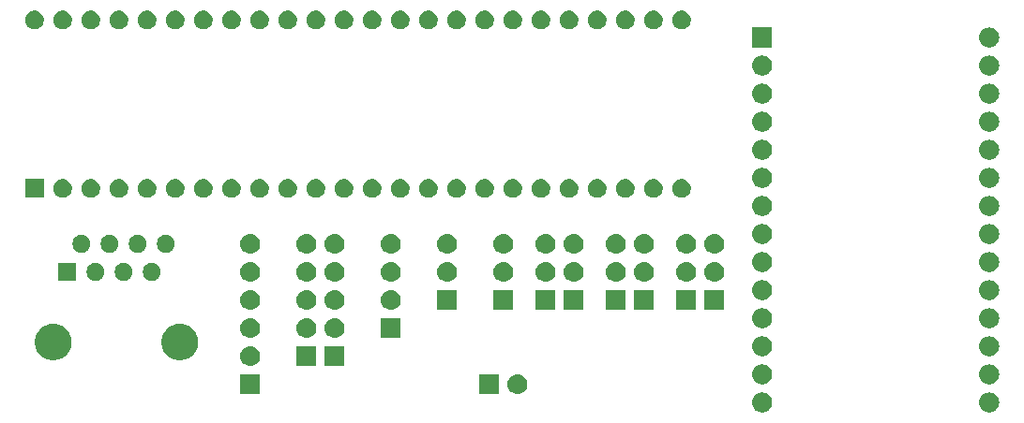
<source format=gbr>
G04 #@! TF.GenerationSoftware,KiCad,Pcbnew,(5.1.2)-2*
G04 #@! TF.CreationDate,2019-09-03T22:12:58-05:00*
G04 #@! TF.ProjectId,ControlBoard_Rev1,436f6e74-726f-46c4-926f-6172645f5265,rev?*
G04 #@! TF.SameCoordinates,Original*
G04 #@! TF.FileFunction,Soldermask,Bot*
G04 #@! TF.FilePolarity,Negative*
%FSLAX46Y46*%
G04 Gerber Fmt 4.6, Leading zero omitted, Abs format (unit mm)*
G04 Created by KiCad (PCBNEW (5.1.2)-2) date 2019-09-03 22:12:58*
%MOMM*%
%LPD*%
G04 APERTURE LIST*
%ADD10C,0.100000*%
G04 APERTURE END LIST*
D10*
G36*
X201458443Y-109976519D02*
G01*
X201524627Y-109983037D01*
X201694466Y-110034557D01*
X201850991Y-110118222D01*
X201886729Y-110147552D01*
X201988186Y-110230814D01*
X202071448Y-110332271D01*
X202100778Y-110368009D01*
X202184443Y-110524534D01*
X202235963Y-110694373D01*
X202253359Y-110871000D01*
X202235963Y-111047627D01*
X202184443Y-111217466D01*
X202100778Y-111373991D01*
X202071448Y-111409729D01*
X201988186Y-111511186D01*
X201886729Y-111594448D01*
X201850991Y-111623778D01*
X201694466Y-111707443D01*
X201524627Y-111758963D01*
X201458442Y-111765482D01*
X201392260Y-111772000D01*
X201303740Y-111772000D01*
X201237558Y-111765482D01*
X201171373Y-111758963D01*
X201001534Y-111707443D01*
X200845009Y-111623778D01*
X200809271Y-111594448D01*
X200707814Y-111511186D01*
X200624552Y-111409729D01*
X200595222Y-111373991D01*
X200511557Y-111217466D01*
X200460037Y-111047627D01*
X200442641Y-110871000D01*
X200460037Y-110694373D01*
X200511557Y-110524534D01*
X200595222Y-110368009D01*
X200624552Y-110332271D01*
X200707814Y-110230814D01*
X200809271Y-110147552D01*
X200845009Y-110118222D01*
X201001534Y-110034557D01*
X201171373Y-109983037D01*
X201237557Y-109976519D01*
X201303740Y-109970000D01*
X201392260Y-109970000D01*
X201458443Y-109976519D01*
X201458443Y-109976519D01*
G37*
G36*
X180958443Y-109976519D02*
G01*
X181024627Y-109983037D01*
X181194466Y-110034557D01*
X181350991Y-110118222D01*
X181386729Y-110147552D01*
X181488186Y-110230814D01*
X181571448Y-110332271D01*
X181600778Y-110368009D01*
X181684443Y-110524534D01*
X181735963Y-110694373D01*
X181753359Y-110871000D01*
X181735963Y-111047627D01*
X181684443Y-111217466D01*
X181600778Y-111373991D01*
X181571448Y-111409729D01*
X181488186Y-111511186D01*
X181386729Y-111594448D01*
X181350991Y-111623778D01*
X181194466Y-111707443D01*
X181024627Y-111758963D01*
X180958442Y-111765482D01*
X180892260Y-111772000D01*
X180803740Y-111772000D01*
X180737558Y-111765482D01*
X180671373Y-111758963D01*
X180501534Y-111707443D01*
X180345009Y-111623778D01*
X180309271Y-111594448D01*
X180207814Y-111511186D01*
X180124552Y-111409729D01*
X180095222Y-111373991D01*
X180011557Y-111217466D01*
X179960037Y-111047627D01*
X179942641Y-110871000D01*
X179960037Y-110694373D01*
X180011557Y-110524534D01*
X180095222Y-110368009D01*
X180124552Y-110332271D01*
X180207814Y-110230814D01*
X180309271Y-110147552D01*
X180345009Y-110118222D01*
X180501534Y-110034557D01*
X180671373Y-109983037D01*
X180737557Y-109976519D01*
X180803740Y-109970000D01*
X180892260Y-109970000D01*
X180958443Y-109976519D01*
X180958443Y-109976519D01*
G37*
G36*
X157111000Y-110121000D02*
G01*
X155309000Y-110121000D01*
X155309000Y-108319000D01*
X157111000Y-108319000D01*
X157111000Y-110121000D01*
X157111000Y-110121000D01*
G37*
G36*
X135521000Y-110121000D02*
G01*
X133719000Y-110121000D01*
X133719000Y-108319000D01*
X135521000Y-108319000D01*
X135521000Y-110121000D01*
X135521000Y-110121000D01*
G37*
G36*
X158860443Y-108325519D02*
G01*
X158926627Y-108332037D01*
X159096466Y-108383557D01*
X159252991Y-108467222D01*
X159288729Y-108496552D01*
X159390186Y-108579814D01*
X159470326Y-108677466D01*
X159502778Y-108717009D01*
X159586443Y-108873534D01*
X159637963Y-109043373D01*
X159655359Y-109220000D01*
X159637963Y-109396627D01*
X159586443Y-109566466D01*
X159502778Y-109722991D01*
X159473448Y-109758729D01*
X159390186Y-109860186D01*
X159288729Y-109943448D01*
X159252991Y-109972778D01*
X159096466Y-110056443D01*
X158926627Y-110107963D01*
X158860443Y-110114481D01*
X158794260Y-110121000D01*
X158705740Y-110121000D01*
X158639557Y-110114481D01*
X158573373Y-110107963D01*
X158403534Y-110056443D01*
X158247009Y-109972778D01*
X158211271Y-109943448D01*
X158109814Y-109860186D01*
X158026552Y-109758729D01*
X157997222Y-109722991D01*
X157913557Y-109566466D01*
X157862037Y-109396627D01*
X157844641Y-109220000D01*
X157862037Y-109043373D01*
X157913557Y-108873534D01*
X157997222Y-108717009D01*
X158029674Y-108677466D01*
X158109814Y-108579814D01*
X158211271Y-108496552D01*
X158247009Y-108467222D01*
X158403534Y-108383557D01*
X158573373Y-108332037D01*
X158639557Y-108325519D01*
X158705740Y-108319000D01*
X158794260Y-108319000D01*
X158860443Y-108325519D01*
X158860443Y-108325519D01*
G37*
G36*
X180958442Y-107436518D02*
G01*
X181024627Y-107443037D01*
X181194466Y-107494557D01*
X181350991Y-107578222D01*
X181386729Y-107607552D01*
X181488186Y-107690814D01*
X181571448Y-107792271D01*
X181600778Y-107828009D01*
X181684443Y-107984534D01*
X181735963Y-108154373D01*
X181753359Y-108331000D01*
X181735963Y-108507627D01*
X181684443Y-108677466D01*
X181600778Y-108833991D01*
X181571448Y-108869729D01*
X181488186Y-108971186D01*
X181400222Y-109043375D01*
X181350991Y-109083778D01*
X181194466Y-109167443D01*
X181024627Y-109218963D01*
X180958442Y-109225482D01*
X180892260Y-109232000D01*
X180803740Y-109232000D01*
X180737558Y-109225482D01*
X180671373Y-109218963D01*
X180501534Y-109167443D01*
X180345009Y-109083778D01*
X180295778Y-109043375D01*
X180207814Y-108971186D01*
X180124552Y-108869729D01*
X180095222Y-108833991D01*
X180011557Y-108677466D01*
X179960037Y-108507627D01*
X179942641Y-108331000D01*
X179960037Y-108154373D01*
X180011557Y-107984534D01*
X180095222Y-107828009D01*
X180124552Y-107792271D01*
X180207814Y-107690814D01*
X180309271Y-107607552D01*
X180345009Y-107578222D01*
X180501534Y-107494557D01*
X180671373Y-107443037D01*
X180737558Y-107436518D01*
X180803740Y-107430000D01*
X180892260Y-107430000D01*
X180958442Y-107436518D01*
X180958442Y-107436518D01*
G37*
G36*
X201458442Y-107436518D02*
G01*
X201524627Y-107443037D01*
X201694466Y-107494557D01*
X201850991Y-107578222D01*
X201886729Y-107607552D01*
X201988186Y-107690814D01*
X202071448Y-107792271D01*
X202100778Y-107828009D01*
X202184443Y-107984534D01*
X202235963Y-108154373D01*
X202253359Y-108331000D01*
X202235963Y-108507627D01*
X202184443Y-108677466D01*
X202100778Y-108833991D01*
X202071448Y-108869729D01*
X201988186Y-108971186D01*
X201900222Y-109043375D01*
X201850991Y-109083778D01*
X201694466Y-109167443D01*
X201524627Y-109218963D01*
X201458442Y-109225482D01*
X201392260Y-109232000D01*
X201303740Y-109232000D01*
X201237558Y-109225482D01*
X201171373Y-109218963D01*
X201001534Y-109167443D01*
X200845009Y-109083778D01*
X200795778Y-109043375D01*
X200707814Y-108971186D01*
X200624552Y-108869729D01*
X200595222Y-108833991D01*
X200511557Y-108677466D01*
X200460037Y-108507627D01*
X200442641Y-108331000D01*
X200460037Y-108154373D01*
X200511557Y-107984534D01*
X200595222Y-107828009D01*
X200624552Y-107792271D01*
X200707814Y-107690814D01*
X200809271Y-107607552D01*
X200845009Y-107578222D01*
X201001534Y-107494557D01*
X201171373Y-107443037D01*
X201237558Y-107436518D01*
X201303740Y-107430000D01*
X201392260Y-107430000D01*
X201458442Y-107436518D01*
X201458442Y-107436518D01*
G37*
G36*
X140601000Y-107581000D02*
G01*
X138799000Y-107581000D01*
X138799000Y-105779000D01*
X140601000Y-105779000D01*
X140601000Y-107581000D01*
X140601000Y-107581000D01*
G37*
G36*
X134730443Y-105785519D02*
G01*
X134796627Y-105792037D01*
X134966466Y-105843557D01*
X135122991Y-105927222D01*
X135158729Y-105956552D01*
X135260186Y-106039814D01*
X135340326Y-106137466D01*
X135372778Y-106177009D01*
X135456443Y-106333534D01*
X135507963Y-106503373D01*
X135525359Y-106680000D01*
X135507963Y-106856627D01*
X135456443Y-107026466D01*
X135372778Y-107182991D01*
X135343448Y-107218729D01*
X135260186Y-107320186D01*
X135158729Y-107403448D01*
X135122991Y-107432778D01*
X134966466Y-107516443D01*
X134796627Y-107567963D01*
X134730443Y-107574481D01*
X134664260Y-107581000D01*
X134575740Y-107581000D01*
X134509557Y-107574481D01*
X134443373Y-107567963D01*
X134273534Y-107516443D01*
X134117009Y-107432778D01*
X134081271Y-107403448D01*
X133979814Y-107320186D01*
X133896552Y-107218729D01*
X133867222Y-107182991D01*
X133783557Y-107026466D01*
X133732037Y-106856627D01*
X133714641Y-106680000D01*
X133732037Y-106503373D01*
X133783557Y-106333534D01*
X133867222Y-106177009D01*
X133899674Y-106137466D01*
X133979814Y-106039814D01*
X134081271Y-105956552D01*
X134117009Y-105927222D01*
X134273534Y-105843557D01*
X134443373Y-105792037D01*
X134509557Y-105785519D01*
X134575740Y-105779000D01*
X134664260Y-105779000D01*
X134730443Y-105785519D01*
X134730443Y-105785519D01*
G37*
G36*
X143141000Y-107581000D02*
G01*
X141339000Y-107581000D01*
X141339000Y-105779000D01*
X143141000Y-105779000D01*
X143141000Y-107581000D01*
X143141000Y-107581000D01*
G37*
G36*
X128645256Y-103801298D02*
G01*
X128751579Y-103822447D01*
X129052042Y-103946903D01*
X129322451Y-104127585D01*
X129552415Y-104357549D01*
X129733097Y-104627958D01*
X129847039Y-104903037D01*
X129857553Y-104928422D01*
X129921000Y-105247389D01*
X129921000Y-105572611D01*
X129879946Y-105779000D01*
X129857553Y-105891579D01*
X129733097Y-106192042D01*
X129552415Y-106462451D01*
X129322451Y-106692415D01*
X129052042Y-106873097D01*
X128751579Y-106997553D01*
X128645256Y-107018702D01*
X128432611Y-107061000D01*
X128107389Y-107061000D01*
X127894744Y-107018702D01*
X127788421Y-106997553D01*
X127487958Y-106873097D01*
X127217549Y-106692415D01*
X126987585Y-106462451D01*
X126806903Y-106192042D01*
X126682447Y-105891579D01*
X126660054Y-105779000D01*
X126619000Y-105572611D01*
X126619000Y-105247389D01*
X126682447Y-104928422D01*
X126692962Y-104903037D01*
X126806903Y-104627958D01*
X126987585Y-104357549D01*
X127217549Y-104127585D01*
X127487958Y-103946903D01*
X127788421Y-103822447D01*
X127894744Y-103801298D01*
X128107389Y-103759000D01*
X128432611Y-103759000D01*
X128645256Y-103801298D01*
X128645256Y-103801298D01*
G37*
G36*
X117215256Y-103801298D02*
G01*
X117321579Y-103822447D01*
X117622042Y-103946903D01*
X117892451Y-104127585D01*
X118122415Y-104357549D01*
X118303097Y-104627958D01*
X118417039Y-104903037D01*
X118427553Y-104928422D01*
X118491000Y-105247389D01*
X118491000Y-105572611D01*
X118449946Y-105779000D01*
X118427553Y-105891579D01*
X118303097Y-106192042D01*
X118122415Y-106462451D01*
X117892451Y-106692415D01*
X117622042Y-106873097D01*
X117321579Y-106997553D01*
X117215256Y-107018702D01*
X117002611Y-107061000D01*
X116677389Y-107061000D01*
X116464744Y-107018702D01*
X116358421Y-106997553D01*
X116057958Y-106873097D01*
X115787549Y-106692415D01*
X115557585Y-106462451D01*
X115376903Y-106192042D01*
X115252447Y-105891579D01*
X115230054Y-105779000D01*
X115189000Y-105572611D01*
X115189000Y-105247389D01*
X115252447Y-104928422D01*
X115262962Y-104903037D01*
X115376903Y-104627958D01*
X115557585Y-104357549D01*
X115787549Y-104127585D01*
X116057958Y-103946903D01*
X116358421Y-103822447D01*
X116464744Y-103801298D01*
X116677389Y-103759000D01*
X117002611Y-103759000D01*
X117215256Y-103801298D01*
X117215256Y-103801298D01*
G37*
G36*
X201458442Y-104896518D02*
G01*
X201524627Y-104903037D01*
X201694466Y-104954557D01*
X201850991Y-105038222D01*
X201886729Y-105067552D01*
X201988186Y-105150814D01*
X202071448Y-105252271D01*
X202100778Y-105288009D01*
X202184443Y-105444534D01*
X202235963Y-105614373D01*
X202253359Y-105791000D01*
X202235963Y-105967627D01*
X202184443Y-106137466D01*
X202100778Y-106293991D01*
X202071448Y-106329729D01*
X201988186Y-106431186D01*
X201900222Y-106503375D01*
X201850991Y-106543778D01*
X201694466Y-106627443D01*
X201524627Y-106678963D01*
X201458443Y-106685481D01*
X201392260Y-106692000D01*
X201303740Y-106692000D01*
X201237557Y-106685481D01*
X201171373Y-106678963D01*
X201001534Y-106627443D01*
X200845009Y-106543778D01*
X200795778Y-106503375D01*
X200707814Y-106431186D01*
X200624552Y-106329729D01*
X200595222Y-106293991D01*
X200511557Y-106137466D01*
X200460037Y-105967627D01*
X200442641Y-105791000D01*
X200460037Y-105614373D01*
X200511557Y-105444534D01*
X200595222Y-105288009D01*
X200624552Y-105252271D01*
X200707814Y-105150814D01*
X200809271Y-105067552D01*
X200845009Y-105038222D01*
X201001534Y-104954557D01*
X201171373Y-104903037D01*
X201237558Y-104896518D01*
X201303740Y-104890000D01*
X201392260Y-104890000D01*
X201458442Y-104896518D01*
X201458442Y-104896518D01*
G37*
G36*
X180958442Y-104896518D02*
G01*
X181024627Y-104903037D01*
X181194466Y-104954557D01*
X181350991Y-105038222D01*
X181386729Y-105067552D01*
X181488186Y-105150814D01*
X181571448Y-105252271D01*
X181600778Y-105288009D01*
X181684443Y-105444534D01*
X181735963Y-105614373D01*
X181753359Y-105791000D01*
X181735963Y-105967627D01*
X181684443Y-106137466D01*
X181600778Y-106293991D01*
X181571448Y-106329729D01*
X181488186Y-106431186D01*
X181400222Y-106503375D01*
X181350991Y-106543778D01*
X181194466Y-106627443D01*
X181024627Y-106678963D01*
X180958443Y-106685481D01*
X180892260Y-106692000D01*
X180803740Y-106692000D01*
X180737557Y-106685481D01*
X180671373Y-106678963D01*
X180501534Y-106627443D01*
X180345009Y-106543778D01*
X180295778Y-106503375D01*
X180207814Y-106431186D01*
X180124552Y-106329729D01*
X180095222Y-106293991D01*
X180011557Y-106137466D01*
X179960037Y-105967627D01*
X179942641Y-105791000D01*
X179960037Y-105614373D01*
X180011557Y-105444534D01*
X180095222Y-105288009D01*
X180124552Y-105252271D01*
X180207814Y-105150814D01*
X180309271Y-105067552D01*
X180345009Y-105038222D01*
X180501534Y-104954557D01*
X180671373Y-104903037D01*
X180737558Y-104896518D01*
X180803740Y-104890000D01*
X180892260Y-104890000D01*
X180958442Y-104896518D01*
X180958442Y-104896518D01*
G37*
G36*
X148221000Y-105041000D02*
G01*
X146419000Y-105041000D01*
X146419000Y-103239000D01*
X148221000Y-103239000D01*
X148221000Y-105041000D01*
X148221000Y-105041000D01*
G37*
G36*
X134730443Y-103245519D02*
G01*
X134796627Y-103252037D01*
X134966466Y-103303557D01*
X135122991Y-103387222D01*
X135158729Y-103416552D01*
X135260186Y-103499814D01*
X135340326Y-103597466D01*
X135372778Y-103637009D01*
X135456443Y-103793534D01*
X135507963Y-103963373D01*
X135525359Y-104140000D01*
X135507963Y-104316627D01*
X135456443Y-104486466D01*
X135372778Y-104642991D01*
X135343448Y-104678729D01*
X135260186Y-104780186D01*
X135158729Y-104863448D01*
X135122991Y-104892778D01*
X134966466Y-104976443D01*
X134796627Y-105027963D01*
X134730442Y-105034482D01*
X134664260Y-105041000D01*
X134575740Y-105041000D01*
X134509557Y-105034481D01*
X134443373Y-105027963D01*
X134273534Y-104976443D01*
X134117009Y-104892778D01*
X134081271Y-104863448D01*
X133979814Y-104780186D01*
X133896552Y-104678729D01*
X133867222Y-104642991D01*
X133783557Y-104486466D01*
X133732037Y-104316627D01*
X133714641Y-104140000D01*
X133732037Y-103963373D01*
X133783557Y-103793534D01*
X133867222Y-103637009D01*
X133899674Y-103597466D01*
X133979814Y-103499814D01*
X134081271Y-103416552D01*
X134117009Y-103387222D01*
X134273534Y-103303557D01*
X134443373Y-103252037D01*
X134509558Y-103245518D01*
X134575740Y-103239000D01*
X134664260Y-103239000D01*
X134730443Y-103245519D01*
X134730443Y-103245519D01*
G37*
G36*
X142350443Y-103245519D02*
G01*
X142416627Y-103252037D01*
X142586466Y-103303557D01*
X142742991Y-103387222D01*
X142778729Y-103416552D01*
X142880186Y-103499814D01*
X142960326Y-103597466D01*
X142992778Y-103637009D01*
X143076443Y-103793534D01*
X143127963Y-103963373D01*
X143145359Y-104140000D01*
X143127963Y-104316627D01*
X143076443Y-104486466D01*
X142992778Y-104642991D01*
X142963448Y-104678729D01*
X142880186Y-104780186D01*
X142778729Y-104863448D01*
X142742991Y-104892778D01*
X142586466Y-104976443D01*
X142416627Y-105027963D01*
X142350442Y-105034482D01*
X142284260Y-105041000D01*
X142195740Y-105041000D01*
X142129557Y-105034481D01*
X142063373Y-105027963D01*
X141893534Y-104976443D01*
X141737009Y-104892778D01*
X141701271Y-104863448D01*
X141599814Y-104780186D01*
X141516552Y-104678729D01*
X141487222Y-104642991D01*
X141403557Y-104486466D01*
X141352037Y-104316627D01*
X141334641Y-104140000D01*
X141352037Y-103963373D01*
X141403557Y-103793534D01*
X141487222Y-103637009D01*
X141519674Y-103597466D01*
X141599814Y-103499814D01*
X141701271Y-103416552D01*
X141737009Y-103387222D01*
X141893534Y-103303557D01*
X142063373Y-103252037D01*
X142129558Y-103245518D01*
X142195740Y-103239000D01*
X142284260Y-103239000D01*
X142350443Y-103245519D01*
X142350443Y-103245519D01*
G37*
G36*
X139810443Y-103245519D02*
G01*
X139876627Y-103252037D01*
X140046466Y-103303557D01*
X140202991Y-103387222D01*
X140238729Y-103416552D01*
X140340186Y-103499814D01*
X140420326Y-103597466D01*
X140452778Y-103637009D01*
X140536443Y-103793534D01*
X140587963Y-103963373D01*
X140605359Y-104140000D01*
X140587963Y-104316627D01*
X140536443Y-104486466D01*
X140452778Y-104642991D01*
X140423448Y-104678729D01*
X140340186Y-104780186D01*
X140238729Y-104863448D01*
X140202991Y-104892778D01*
X140046466Y-104976443D01*
X139876627Y-105027963D01*
X139810442Y-105034482D01*
X139744260Y-105041000D01*
X139655740Y-105041000D01*
X139589557Y-105034481D01*
X139523373Y-105027963D01*
X139353534Y-104976443D01*
X139197009Y-104892778D01*
X139161271Y-104863448D01*
X139059814Y-104780186D01*
X138976552Y-104678729D01*
X138947222Y-104642991D01*
X138863557Y-104486466D01*
X138812037Y-104316627D01*
X138794641Y-104140000D01*
X138812037Y-103963373D01*
X138863557Y-103793534D01*
X138947222Y-103637009D01*
X138979674Y-103597466D01*
X139059814Y-103499814D01*
X139161271Y-103416552D01*
X139197009Y-103387222D01*
X139353534Y-103303557D01*
X139523373Y-103252037D01*
X139589558Y-103245518D01*
X139655740Y-103239000D01*
X139744260Y-103239000D01*
X139810443Y-103245519D01*
X139810443Y-103245519D01*
G37*
G36*
X180958442Y-102356518D02*
G01*
X181024627Y-102363037D01*
X181194466Y-102414557D01*
X181350991Y-102498222D01*
X181386729Y-102527552D01*
X181488186Y-102610814D01*
X181571448Y-102712271D01*
X181600778Y-102748009D01*
X181684443Y-102904534D01*
X181735963Y-103074373D01*
X181753359Y-103251000D01*
X181735963Y-103427627D01*
X181684443Y-103597466D01*
X181600778Y-103753991D01*
X181596667Y-103759000D01*
X181488186Y-103891186D01*
X181400222Y-103963375D01*
X181350991Y-104003778D01*
X181194466Y-104087443D01*
X181024627Y-104138963D01*
X180958443Y-104145481D01*
X180892260Y-104152000D01*
X180803740Y-104152000D01*
X180737558Y-104145482D01*
X180671373Y-104138963D01*
X180501534Y-104087443D01*
X180345009Y-104003778D01*
X180295778Y-103963375D01*
X180207814Y-103891186D01*
X180099333Y-103759000D01*
X180095222Y-103753991D01*
X180011557Y-103597466D01*
X179960037Y-103427627D01*
X179942641Y-103251000D01*
X179960037Y-103074373D01*
X180011557Y-102904534D01*
X180095222Y-102748009D01*
X180124552Y-102712271D01*
X180207814Y-102610814D01*
X180309271Y-102527552D01*
X180345009Y-102498222D01*
X180501534Y-102414557D01*
X180671373Y-102363037D01*
X180737557Y-102356519D01*
X180803740Y-102350000D01*
X180892260Y-102350000D01*
X180958442Y-102356518D01*
X180958442Y-102356518D01*
G37*
G36*
X201458442Y-102356518D02*
G01*
X201524627Y-102363037D01*
X201694466Y-102414557D01*
X201850991Y-102498222D01*
X201886729Y-102527552D01*
X201988186Y-102610814D01*
X202071448Y-102712271D01*
X202100778Y-102748009D01*
X202184443Y-102904534D01*
X202235963Y-103074373D01*
X202253359Y-103251000D01*
X202235963Y-103427627D01*
X202184443Y-103597466D01*
X202100778Y-103753991D01*
X202096667Y-103759000D01*
X201988186Y-103891186D01*
X201900222Y-103963375D01*
X201850991Y-104003778D01*
X201694466Y-104087443D01*
X201524627Y-104138963D01*
X201458443Y-104145481D01*
X201392260Y-104152000D01*
X201303740Y-104152000D01*
X201237558Y-104145482D01*
X201171373Y-104138963D01*
X201001534Y-104087443D01*
X200845009Y-104003778D01*
X200795778Y-103963375D01*
X200707814Y-103891186D01*
X200599333Y-103759000D01*
X200595222Y-103753991D01*
X200511557Y-103597466D01*
X200460037Y-103427627D01*
X200442641Y-103251000D01*
X200460037Y-103074373D01*
X200511557Y-102904534D01*
X200595222Y-102748009D01*
X200624552Y-102712271D01*
X200707814Y-102610814D01*
X200809271Y-102527552D01*
X200845009Y-102498222D01*
X201001534Y-102414557D01*
X201171373Y-102363037D01*
X201237557Y-102356519D01*
X201303740Y-102350000D01*
X201392260Y-102350000D01*
X201458442Y-102356518D01*
X201458442Y-102356518D01*
G37*
G36*
X171081000Y-102501000D02*
G01*
X169279000Y-102501000D01*
X169279000Y-100699000D01*
X171081000Y-100699000D01*
X171081000Y-102501000D01*
X171081000Y-102501000D01*
G37*
G36*
X147430443Y-100705519D02*
G01*
X147496627Y-100712037D01*
X147666466Y-100763557D01*
X147822991Y-100847222D01*
X147858729Y-100876552D01*
X147960186Y-100959814D01*
X148040326Y-101057466D01*
X148072778Y-101097009D01*
X148156443Y-101253534D01*
X148207963Y-101423373D01*
X148225359Y-101600000D01*
X148207963Y-101776627D01*
X148156443Y-101946466D01*
X148072778Y-102102991D01*
X148043448Y-102138729D01*
X147960186Y-102240186D01*
X147858729Y-102323448D01*
X147822991Y-102352778D01*
X147666466Y-102436443D01*
X147496627Y-102487963D01*
X147430442Y-102494482D01*
X147364260Y-102501000D01*
X147275740Y-102501000D01*
X147209558Y-102494482D01*
X147143373Y-102487963D01*
X146973534Y-102436443D01*
X146817009Y-102352778D01*
X146781271Y-102323448D01*
X146679814Y-102240186D01*
X146596552Y-102138729D01*
X146567222Y-102102991D01*
X146483557Y-101946466D01*
X146432037Y-101776627D01*
X146414641Y-101600000D01*
X146432037Y-101423373D01*
X146483557Y-101253534D01*
X146567222Y-101097009D01*
X146599674Y-101057466D01*
X146679814Y-100959814D01*
X146781271Y-100876552D01*
X146817009Y-100847222D01*
X146973534Y-100763557D01*
X147143373Y-100712037D01*
X147209557Y-100705519D01*
X147275740Y-100699000D01*
X147364260Y-100699000D01*
X147430443Y-100705519D01*
X147430443Y-100705519D01*
G37*
G36*
X153301000Y-102501000D02*
G01*
X151499000Y-102501000D01*
X151499000Y-100699000D01*
X153301000Y-100699000D01*
X153301000Y-102501000D01*
X153301000Y-102501000D01*
G37*
G36*
X158381000Y-102501000D02*
G01*
X156579000Y-102501000D01*
X156579000Y-100699000D01*
X158381000Y-100699000D01*
X158381000Y-102501000D01*
X158381000Y-102501000D01*
G37*
G36*
X139810443Y-100705519D02*
G01*
X139876627Y-100712037D01*
X140046466Y-100763557D01*
X140202991Y-100847222D01*
X140238729Y-100876552D01*
X140340186Y-100959814D01*
X140420326Y-101057466D01*
X140452778Y-101097009D01*
X140536443Y-101253534D01*
X140587963Y-101423373D01*
X140605359Y-101600000D01*
X140587963Y-101776627D01*
X140536443Y-101946466D01*
X140452778Y-102102991D01*
X140423448Y-102138729D01*
X140340186Y-102240186D01*
X140238729Y-102323448D01*
X140202991Y-102352778D01*
X140046466Y-102436443D01*
X139876627Y-102487963D01*
X139810442Y-102494482D01*
X139744260Y-102501000D01*
X139655740Y-102501000D01*
X139589558Y-102494482D01*
X139523373Y-102487963D01*
X139353534Y-102436443D01*
X139197009Y-102352778D01*
X139161271Y-102323448D01*
X139059814Y-102240186D01*
X138976552Y-102138729D01*
X138947222Y-102102991D01*
X138863557Y-101946466D01*
X138812037Y-101776627D01*
X138794641Y-101600000D01*
X138812037Y-101423373D01*
X138863557Y-101253534D01*
X138947222Y-101097009D01*
X138979674Y-101057466D01*
X139059814Y-100959814D01*
X139161271Y-100876552D01*
X139197009Y-100847222D01*
X139353534Y-100763557D01*
X139523373Y-100712037D01*
X139589557Y-100705519D01*
X139655740Y-100699000D01*
X139744260Y-100699000D01*
X139810443Y-100705519D01*
X139810443Y-100705519D01*
G37*
G36*
X162191000Y-102501000D02*
G01*
X160389000Y-102501000D01*
X160389000Y-100699000D01*
X162191000Y-100699000D01*
X162191000Y-102501000D01*
X162191000Y-102501000D01*
G37*
G36*
X164731000Y-102501000D02*
G01*
X162929000Y-102501000D01*
X162929000Y-100699000D01*
X164731000Y-100699000D01*
X164731000Y-102501000D01*
X164731000Y-102501000D01*
G37*
G36*
X134730443Y-100705519D02*
G01*
X134796627Y-100712037D01*
X134966466Y-100763557D01*
X135122991Y-100847222D01*
X135158729Y-100876552D01*
X135260186Y-100959814D01*
X135340326Y-101057466D01*
X135372778Y-101097009D01*
X135456443Y-101253534D01*
X135507963Y-101423373D01*
X135525359Y-101600000D01*
X135507963Y-101776627D01*
X135456443Y-101946466D01*
X135372778Y-102102991D01*
X135343448Y-102138729D01*
X135260186Y-102240186D01*
X135158729Y-102323448D01*
X135122991Y-102352778D01*
X134966466Y-102436443D01*
X134796627Y-102487963D01*
X134730442Y-102494482D01*
X134664260Y-102501000D01*
X134575740Y-102501000D01*
X134509558Y-102494482D01*
X134443373Y-102487963D01*
X134273534Y-102436443D01*
X134117009Y-102352778D01*
X134081271Y-102323448D01*
X133979814Y-102240186D01*
X133896552Y-102138729D01*
X133867222Y-102102991D01*
X133783557Y-101946466D01*
X133732037Y-101776627D01*
X133714641Y-101600000D01*
X133732037Y-101423373D01*
X133783557Y-101253534D01*
X133867222Y-101097009D01*
X133899674Y-101057466D01*
X133979814Y-100959814D01*
X134081271Y-100876552D01*
X134117009Y-100847222D01*
X134273534Y-100763557D01*
X134443373Y-100712037D01*
X134509557Y-100705519D01*
X134575740Y-100699000D01*
X134664260Y-100699000D01*
X134730443Y-100705519D01*
X134730443Y-100705519D01*
G37*
G36*
X177431000Y-102501000D02*
G01*
X175629000Y-102501000D01*
X175629000Y-100699000D01*
X177431000Y-100699000D01*
X177431000Y-102501000D01*
X177431000Y-102501000D01*
G37*
G36*
X174891000Y-102501000D02*
G01*
X173089000Y-102501000D01*
X173089000Y-100699000D01*
X174891000Y-100699000D01*
X174891000Y-102501000D01*
X174891000Y-102501000D01*
G37*
G36*
X168541000Y-102501000D02*
G01*
X166739000Y-102501000D01*
X166739000Y-100699000D01*
X168541000Y-100699000D01*
X168541000Y-102501000D01*
X168541000Y-102501000D01*
G37*
G36*
X142350443Y-100705519D02*
G01*
X142416627Y-100712037D01*
X142586466Y-100763557D01*
X142742991Y-100847222D01*
X142778729Y-100876552D01*
X142880186Y-100959814D01*
X142960326Y-101057466D01*
X142992778Y-101097009D01*
X143076443Y-101253534D01*
X143127963Y-101423373D01*
X143145359Y-101600000D01*
X143127963Y-101776627D01*
X143076443Y-101946466D01*
X142992778Y-102102991D01*
X142963448Y-102138729D01*
X142880186Y-102240186D01*
X142778729Y-102323448D01*
X142742991Y-102352778D01*
X142586466Y-102436443D01*
X142416627Y-102487963D01*
X142350442Y-102494482D01*
X142284260Y-102501000D01*
X142195740Y-102501000D01*
X142129558Y-102494482D01*
X142063373Y-102487963D01*
X141893534Y-102436443D01*
X141737009Y-102352778D01*
X141701271Y-102323448D01*
X141599814Y-102240186D01*
X141516552Y-102138729D01*
X141487222Y-102102991D01*
X141403557Y-101946466D01*
X141352037Y-101776627D01*
X141334641Y-101600000D01*
X141352037Y-101423373D01*
X141403557Y-101253534D01*
X141487222Y-101097009D01*
X141519674Y-101057466D01*
X141599814Y-100959814D01*
X141701271Y-100876552D01*
X141737009Y-100847222D01*
X141893534Y-100763557D01*
X142063373Y-100712037D01*
X142129557Y-100705519D01*
X142195740Y-100699000D01*
X142284260Y-100699000D01*
X142350443Y-100705519D01*
X142350443Y-100705519D01*
G37*
G36*
X180958442Y-99816518D02*
G01*
X181024627Y-99823037D01*
X181194466Y-99874557D01*
X181350991Y-99958222D01*
X181386729Y-99987552D01*
X181488186Y-100070814D01*
X181571448Y-100172271D01*
X181600778Y-100208009D01*
X181684443Y-100364534D01*
X181735963Y-100534373D01*
X181753359Y-100711000D01*
X181735963Y-100887627D01*
X181684443Y-101057466D01*
X181600778Y-101213991D01*
X181571448Y-101249729D01*
X181488186Y-101351186D01*
X181400222Y-101423375D01*
X181350991Y-101463778D01*
X181194466Y-101547443D01*
X181024627Y-101598963D01*
X180958442Y-101605482D01*
X180892260Y-101612000D01*
X180803740Y-101612000D01*
X180737557Y-101605481D01*
X180671373Y-101598963D01*
X180501534Y-101547443D01*
X180345009Y-101463778D01*
X180295778Y-101423375D01*
X180207814Y-101351186D01*
X180124552Y-101249729D01*
X180095222Y-101213991D01*
X180011557Y-101057466D01*
X179960037Y-100887627D01*
X179942641Y-100711000D01*
X179960037Y-100534373D01*
X180011557Y-100364534D01*
X180095222Y-100208009D01*
X180124552Y-100172271D01*
X180207814Y-100070814D01*
X180309271Y-99987552D01*
X180345009Y-99958222D01*
X180501534Y-99874557D01*
X180671373Y-99823037D01*
X180737558Y-99816518D01*
X180803740Y-99810000D01*
X180892260Y-99810000D01*
X180958442Y-99816518D01*
X180958442Y-99816518D01*
G37*
G36*
X201458442Y-99816518D02*
G01*
X201524627Y-99823037D01*
X201694466Y-99874557D01*
X201850991Y-99958222D01*
X201886729Y-99987552D01*
X201988186Y-100070814D01*
X202071448Y-100172271D01*
X202100778Y-100208009D01*
X202184443Y-100364534D01*
X202235963Y-100534373D01*
X202253359Y-100711000D01*
X202235963Y-100887627D01*
X202184443Y-101057466D01*
X202100778Y-101213991D01*
X202071448Y-101249729D01*
X201988186Y-101351186D01*
X201900222Y-101423375D01*
X201850991Y-101463778D01*
X201694466Y-101547443D01*
X201524627Y-101598963D01*
X201458442Y-101605482D01*
X201392260Y-101612000D01*
X201303740Y-101612000D01*
X201237557Y-101605481D01*
X201171373Y-101598963D01*
X201001534Y-101547443D01*
X200845009Y-101463778D01*
X200795778Y-101423375D01*
X200707814Y-101351186D01*
X200624552Y-101249729D01*
X200595222Y-101213991D01*
X200511557Y-101057466D01*
X200460037Y-100887627D01*
X200442641Y-100711000D01*
X200460037Y-100534373D01*
X200511557Y-100364534D01*
X200595222Y-100208009D01*
X200624552Y-100172271D01*
X200707814Y-100070814D01*
X200809271Y-99987552D01*
X200845009Y-99958222D01*
X201001534Y-99874557D01*
X201171373Y-99823037D01*
X201237558Y-99816518D01*
X201303740Y-99810000D01*
X201392260Y-99810000D01*
X201458442Y-99816518D01*
X201458442Y-99816518D01*
G37*
G36*
X174100443Y-98165519D02*
G01*
X174166627Y-98172037D01*
X174336466Y-98223557D01*
X174492991Y-98307222D01*
X174528729Y-98336552D01*
X174630186Y-98419814D01*
X174710326Y-98517466D01*
X174742778Y-98557009D01*
X174826443Y-98713534D01*
X174877963Y-98883373D01*
X174895359Y-99060000D01*
X174877963Y-99236627D01*
X174826443Y-99406466D01*
X174742778Y-99562991D01*
X174713448Y-99598729D01*
X174630186Y-99700186D01*
X174528729Y-99783448D01*
X174492991Y-99812778D01*
X174336466Y-99896443D01*
X174166627Y-99947963D01*
X174100443Y-99954481D01*
X174034260Y-99961000D01*
X173945740Y-99961000D01*
X173879557Y-99954481D01*
X173813373Y-99947963D01*
X173643534Y-99896443D01*
X173487009Y-99812778D01*
X173451271Y-99783448D01*
X173349814Y-99700186D01*
X173266552Y-99598729D01*
X173237222Y-99562991D01*
X173153557Y-99406466D01*
X173102037Y-99236627D01*
X173084641Y-99060000D01*
X173102037Y-98883373D01*
X173153557Y-98713534D01*
X173237222Y-98557009D01*
X173269674Y-98517466D01*
X173349814Y-98419814D01*
X173451271Y-98336552D01*
X173487009Y-98307222D01*
X173643534Y-98223557D01*
X173813373Y-98172037D01*
X173879557Y-98165519D01*
X173945740Y-98159000D01*
X174034260Y-98159000D01*
X174100443Y-98165519D01*
X174100443Y-98165519D01*
G37*
G36*
X134730443Y-98165519D02*
G01*
X134796627Y-98172037D01*
X134966466Y-98223557D01*
X135122991Y-98307222D01*
X135158729Y-98336552D01*
X135260186Y-98419814D01*
X135340326Y-98517466D01*
X135372778Y-98557009D01*
X135456443Y-98713534D01*
X135507963Y-98883373D01*
X135525359Y-99060000D01*
X135507963Y-99236627D01*
X135456443Y-99406466D01*
X135372778Y-99562991D01*
X135343448Y-99598729D01*
X135260186Y-99700186D01*
X135158729Y-99783448D01*
X135122991Y-99812778D01*
X134966466Y-99896443D01*
X134796627Y-99947963D01*
X134730443Y-99954481D01*
X134664260Y-99961000D01*
X134575740Y-99961000D01*
X134509557Y-99954481D01*
X134443373Y-99947963D01*
X134273534Y-99896443D01*
X134117009Y-99812778D01*
X134081271Y-99783448D01*
X133979814Y-99700186D01*
X133896552Y-99598729D01*
X133867222Y-99562991D01*
X133783557Y-99406466D01*
X133732037Y-99236627D01*
X133714641Y-99060000D01*
X133732037Y-98883373D01*
X133783557Y-98713534D01*
X133867222Y-98557009D01*
X133899674Y-98517466D01*
X133979814Y-98419814D01*
X134081271Y-98336552D01*
X134117009Y-98307222D01*
X134273534Y-98223557D01*
X134443373Y-98172037D01*
X134509557Y-98165519D01*
X134575740Y-98159000D01*
X134664260Y-98159000D01*
X134730443Y-98165519D01*
X134730443Y-98165519D01*
G37*
G36*
X139810443Y-98165519D02*
G01*
X139876627Y-98172037D01*
X140046466Y-98223557D01*
X140202991Y-98307222D01*
X140238729Y-98336552D01*
X140340186Y-98419814D01*
X140420326Y-98517466D01*
X140452778Y-98557009D01*
X140536443Y-98713534D01*
X140587963Y-98883373D01*
X140605359Y-99060000D01*
X140587963Y-99236627D01*
X140536443Y-99406466D01*
X140452778Y-99562991D01*
X140423448Y-99598729D01*
X140340186Y-99700186D01*
X140238729Y-99783448D01*
X140202991Y-99812778D01*
X140046466Y-99896443D01*
X139876627Y-99947963D01*
X139810443Y-99954481D01*
X139744260Y-99961000D01*
X139655740Y-99961000D01*
X139589557Y-99954481D01*
X139523373Y-99947963D01*
X139353534Y-99896443D01*
X139197009Y-99812778D01*
X139161271Y-99783448D01*
X139059814Y-99700186D01*
X138976552Y-99598729D01*
X138947222Y-99562991D01*
X138863557Y-99406466D01*
X138812037Y-99236627D01*
X138794641Y-99060000D01*
X138812037Y-98883373D01*
X138863557Y-98713534D01*
X138947222Y-98557009D01*
X138979674Y-98517466D01*
X139059814Y-98419814D01*
X139161271Y-98336552D01*
X139197009Y-98307222D01*
X139353534Y-98223557D01*
X139523373Y-98172037D01*
X139589557Y-98165519D01*
X139655740Y-98159000D01*
X139744260Y-98159000D01*
X139810443Y-98165519D01*
X139810443Y-98165519D01*
G37*
G36*
X142350443Y-98165519D02*
G01*
X142416627Y-98172037D01*
X142586466Y-98223557D01*
X142742991Y-98307222D01*
X142778729Y-98336552D01*
X142880186Y-98419814D01*
X142960326Y-98517466D01*
X142992778Y-98557009D01*
X143076443Y-98713534D01*
X143127963Y-98883373D01*
X143145359Y-99060000D01*
X143127963Y-99236627D01*
X143076443Y-99406466D01*
X142992778Y-99562991D01*
X142963448Y-99598729D01*
X142880186Y-99700186D01*
X142778729Y-99783448D01*
X142742991Y-99812778D01*
X142586466Y-99896443D01*
X142416627Y-99947963D01*
X142350443Y-99954481D01*
X142284260Y-99961000D01*
X142195740Y-99961000D01*
X142129557Y-99954481D01*
X142063373Y-99947963D01*
X141893534Y-99896443D01*
X141737009Y-99812778D01*
X141701271Y-99783448D01*
X141599814Y-99700186D01*
X141516552Y-99598729D01*
X141487222Y-99562991D01*
X141403557Y-99406466D01*
X141352037Y-99236627D01*
X141334641Y-99060000D01*
X141352037Y-98883373D01*
X141403557Y-98713534D01*
X141487222Y-98557009D01*
X141519674Y-98517466D01*
X141599814Y-98419814D01*
X141701271Y-98336552D01*
X141737009Y-98307222D01*
X141893534Y-98223557D01*
X142063373Y-98172037D01*
X142129557Y-98165519D01*
X142195740Y-98159000D01*
X142284260Y-98159000D01*
X142350443Y-98165519D01*
X142350443Y-98165519D01*
G37*
G36*
X147430443Y-98165519D02*
G01*
X147496627Y-98172037D01*
X147666466Y-98223557D01*
X147822991Y-98307222D01*
X147858729Y-98336552D01*
X147960186Y-98419814D01*
X148040326Y-98517466D01*
X148072778Y-98557009D01*
X148156443Y-98713534D01*
X148207963Y-98883373D01*
X148225359Y-99060000D01*
X148207963Y-99236627D01*
X148156443Y-99406466D01*
X148072778Y-99562991D01*
X148043448Y-99598729D01*
X147960186Y-99700186D01*
X147858729Y-99783448D01*
X147822991Y-99812778D01*
X147666466Y-99896443D01*
X147496627Y-99947963D01*
X147430443Y-99954481D01*
X147364260Y-99961000D01*
X147275740Y-99961000D01*
X147209557Y-99954481D01*
X147143373Y-99947963D01*
X146973534Y-99896443D01*
X146817009Y-99812778D01*
X146781271Y-99783448D01*
X146679814Y-99700186D01*
X146596552Y-99598729D01*
X146567222Y-99562991D01*
X146483557Y-99406466D01*
X146432037Y-99236627D01*
X146414641Y-99060000D01*
X146432037Y-98883373D01*
X146483557Y-98713534D01*
X146567222Y-98557009D01*
X146599674Y-98517466D01*
X146679814Y-98419814D01*
X146781271Y-98336552D01*
X146817009Y-98307222D01*
X146973534Y-98223557D01*
X147143373Y-98172037D01*
X147209557Y-98165519D01*
X147275740Y-98159000D01*
X147364260Y-98159000D01*
X147430443Y-98165519D01*
X147430443Y-98165519D01*
G37*
G36*
X152510443Y-98165519D02*
G01*
X152576627Y-98172037D01*
X152746466Y-98223557D01*
X152902991Y-98307222D01*
X152938729Y-98336552D01*
X153040186Y-98419814D01*
X153120326Y-98517466D01*
X153152778Y-98557009D01*
X153236443Y-98713534D01*
X153287963Y-98883373D01*
X153305359Y-99060000D01*
X153287963Y-99236627D01*
X153236443Y-99406466D01*
X153152778Y-99562991D01*
X153123448Y-99598729D01*
X153040186Y-99700186D01*
X152938729Y-99783448D01*
X152902991Y-99812778D01*
X152746466Y-99896443D01*
X152576627Y-99947963D01*
X152510443Y-99954481D01*
X152444260Y-99961000D01*
X152355740Y-99961000D01*
X152289557Y-99954481D01*
X152223373Y-99947963D01*
X152053534Y-99896443D01*
X151897009Y-99812778D01*
X151861271Y-99783448D01*
X151759814Y-99700186D01*
X151676552Y-99598729D01*
X151647222Y-99562991D01*
X151563557Y-99406466D01*
X151512037Y-99236627D01*
X151494641Y-99060000D01*
X151512037Y-98883373D01*
X151563557Y-98713534D01*
X151647222Y-98557009D01*
X151679674Y-98517466D01*
X151759814Y-98419814D01*
X151861271Y-98336552D01*
X151897009Y-98307222D01*
X152053534Y-98223557D01*
X152223373Y-98172037D01*
X152289557Y-98165519D01*
X152355740Y-98159000D01*
X152444260Y-98159000D01*
X152510443Y-98165519D01*
X152510443Y-98165519D01*
G37*
G36*
X161400443Y-98165519D02*
G01*
X161466627Y-98172037D01*
X161636466Y-98223557D01*
X161792991Y-98307222D01*
X161828729Y-98336552D01*
X161930186Y-98419814D01*
X162010326Y-98517466D01*
X162042778Y-98557009D01*
X162126443Y-98713534D01*
X162177963Y-98883373D01*
X162195359Y-99060000D01*
X162177963Y-99236627D01*
X162126443Y-99406466D01*
X162042778Y-99562991D01*
X162013448Y-99598729D01*
X161930186Y-99700186D01*
X161828729Y-99783448D01*
X161792991Y-99812778D01*
X161636466Y-99896443D01*
X161466627Y-99947963D01*
X161400443Y-99954481D01*
X161334260Y-99961000D01*
X161245740Y-99961000D01*
X161179557Y-99954481D01*
X161113373Y-99947963D01*
X160943534Y-99896443D01*
X160787009Y-99812778D01*
X160751271Y-99783448D01*
X160649814Y-99700186D01*
X160566552Y-99598729D01*
X160537222Y-99562991D01*
X160453557Y-99406466D01*
X160402037Y-99236627D01*
X160384641Y-99060000D01*
X160402037Y-98883373D01*
X160453557Y-98713534D01*
X160537222Y-98557009D01*
X160569674Y-98517466D01*
X160649814Y-98419814D01*
X160751271Y-98336552D01*
X160787009Y-98307222D01*
X160943534Y-98223557D01*
X161113373Y-98172037D01*
X161179557Y-98165519D01*
X161245740Y-98159000D01*
X161334260Y-98159000D01*
X161400443Y-98165519D01*
X161400443Y-98165519D01*
G37*
G36*
X163940443Y-98165519D02*
G01*
X164006627Y-98172037D01*
X164176466Y-98223557D01*
X164332991Y-98307222D01*
X164368729Y-98336552D01*
X164470186Y-98419814D01*
X164550326Y-98517466D01*
X164582778Y-98557009D01*
X164666443Y-98713534D01*
X164717963Y-98883373D01*
X164735359Y-99060000D01*
X164717963Y-99236627D01*
X164666443Y-99406466D01*
X164582778Y-99562991D01*
X164553448Y-99598729D01*
X164470186Y-99700186D01*
X164368729Y-99783448D01*
X164332991Y-99812778D01*
X164176466Y-99896443D01*
X164006627Y-99947963D01*
X163940443Y-99954481D01*
X163874260Y-99961000D01*
X163785740Y-99961000D01*
X163719557Y-99954481D01*
X163653373Y-99947963D01*
X163483534Y-99896443D01*
X163327009Y-99812778D01*
X163291271Y-99783448D01*
X163189814Y-99700186D01*
X163106552Y-99598729D01*
X163077222Y-99562991D01*
X162993557Y-99406466D01*
X162942037Y-99236627D01*
X162924641Y-99060000D01*
X162942037Y-98883373D01*
X162993557Y-98713534D01*
X163077222Y-98557009D01*
X163109674Y-98517466D01*
X163189814Y-98419814D01*
X163291271Y-98336552D01*
X163327009Y-98307222D01*
X163483534Y-98223557D01*
X163653373Y-98172037D01*
X163719557Y-98165519D01*
X163785740Y-98159000D01*
X163874260Y-98159000D01*
X163940443Y-98165519D01*
X163940443Y-98165519D01*
G37*
G36*
X170290443Y-98165519D02*
G01*
X170356627Y-98172037D01*
X170526466Y-98223557D01*
X170682991Y-98307222D01*
X170718729Y-98336552D01*
X170820186Y-98419814D01*
X170900326Y-98517466D01*
X170932778Y-98557009D01*
X171016443Y-98713534D01*
X171067963Y-98883373D01*
X171085359Y-99060000D01*
X171067963Y-99236627D01*
X171016443Y-99406466D01*
X170932778Y-99562991D01*
X170903448Y-99598729D01*
X170820186Y-99700186D01*
X170718729Y-99783448D01*
X170682991Y-99812778D01*
X170526466Y-99896443D01*
X170356627Y-99947963D01*
X170290443Y-99954481D01*
X170224260Y-99961000D01*
X170135740Y-99961000D01*
X170069557Y-99954481D01*
X170003373Y-99947963D01*
X169833534Y-99896443D01*
X169677009Y-99812778D01*
X169641271Y-99783448D01*
X169539814Y-99700186D01*
X169456552Y-99598729D01*
X169427222Y-99562991D01*
X169343557Y-99406466D01*
X169292037Y-99236627D01*
X169274641Y-99060000D01*
X169292037Y-98883373D01*
X169343557Y-98713534D01*
X169427222Y-98557009D01*
X169459674Y-98517466D01*
X169539814Y-98419814D01*
X169641271Y-98336552D01*
X169677009Y-98307222D01*
X169833534Y-98223557D01*
X170003373Y-98172037D01*
X170069557Y-98165519D01*
X170135740Y-98159000D01*
X170224260Y-98159000D01*
X170290443Y-98165519D01*
X170290443Y-98165519D01*
G37*
G36*
X167750443Y-98165519D02*
G01*
X167816627Y-98172037D01*
X167986466Y-98223557D01*
X168142991Y-98307222D01*
X168178729Y-98336552D01*
X168280186Y-98419814D01*
X168360326Y-98517466D01*
X168392778Y-98557009D01*
X168476443Y-98713534D01*
X168527963Y-98883373D01*
X168545359Y-99060000D01*
X168527963Y-99236627D01*
X168476443Y-99406466D01*
X168392778Y-99562991D01*
X168363448Y-99598729D01*
X168280186Y-99700186D01*
X168178729Y-99783448D01*
X168142991Y-99812778D01*
X167986466Y-99896443D01*
X167816627Y-99947963D01*
X167750443Y-99954481D01*
X167684260Y-99961000D01*
X167595740Y-99961000D01*
X167529557Y-99954481D01*
X167463373Y-99947963D01*
X167293534Y-99896443D01*
X167137009Y-99812778D01*
X167101271Y-99783448D01*
X166999814Y-99700186D01*
X166916552Y-99598729D01*
X166887222Y-99562991D01*
X166803557Y-99406466D01*
X166752037Y-99236627D01*
X166734641Y-99060000D01*
X166752037Y-98883373D01*
X166803557Y-98713534D01*
X166887222Y-98557009D01*
X166919674Y-98517466D01*
X166999814Y-98419814D01*
X167101271Y-98336552D01*
X167137009Y-98307222D01*
X167293534Y-98223557D01*
X167463373Y-98172037D01*
X167529557Y-98165519D01*
X167595740Y-98159000D01*
X167684260Y-98159000D01*
X167750443Y-98165519D01*
X167750443Y-98165519D01*
G37*
G36*
X176640443Y-98165519D02*
G01*
X176706627Y-98172037D01*
X176876466Y-98223557D01*
X177032991Y-98307222D01*
X177068729Y-98336552D01*
X177170186Y-98419814D01*
X177250326Y-98517466D01*
X177282778Y-98557009D01*
X177366443Y-98713534D01*
X177417963Y-98883373D01*
X177435359Y-99060000D01*
X177417963Y-99236627D01*
X177366443Y-99406466D01*
X177282778Y-99562991D01*
X177253448Y-99598729D01*
X177170186Y-99700186D01*
X177068729Y-99783448D01*
X177032991Y-99812778D01*
X176876466Y-99896443D01*
X176706627Y-99947963D01*
X176640443Y-99954481D01*
X176574260Y-99961000D01*
X176485740Y-99961000D01*
X176419557Y-99954481D01*
X176353373Y-99947963D01*
X176183534Y-99896443D01*
X176027009Y-99812778D01*
X175991271Y-99783448D01*
X175889814Y-99700186D01*
X175806552Y-99598729D01*
X175777222Y-99562991D01*
X175693557Y-99406466D01*
X175642037Y-99236627D01*
X175624641Y-99060000D01*
X175642037Y-98883373D01*
X175693557Y-98713534D01*
X175777222Y-98557009D01*
X175809674Y-98517466D01*
X175889814Y-98419814D01*
X175991271Y-98336552D01*
X176027009Y-98307222D01*
X176183534Y-98223557D01*
X176353373Y-98172037D01*
X176419557Y-98165519D01*
X176485740Y-98159000D01*
X176574260Y-98159000D01*
X176640443Y-98165519D01*
X176640443Y-98165519D01*
G37*
G36*
X157590443Y-98165519D02*
G01*
X157656627Y-98172037D01*
X157826466Y-98223557D01*
X157982991Y-98307222D01*
X158018729Y-98336552D01*
X158120186Y-98419814D01*
X158200326Y-98517466D01*
X158232778Y-98557009D01*
X158316443Y-98713534D01*
X158367963Y-98883373D01*
X158385359Y-99060000D01*
X158367963Y-99236627D01*
X158316443Y-99406466D01*
X158232778Y-99562991D01*
X158203448Y-99598729D01*
X158120186Y-99700186D01*
X158018729Y-99783448D01*
X157982991Y-99812778D01*
X157826466Y-99896443D01*
X157656627Y-99947963D01*
X157590443Y-99954481D01*
X157524260Y-99961000D01*
X157435740Y-99961000D01*
X157369557Y-99954481D01*
X157303373Y-99947963D01*
X157133534Y-99896443D01*
X156977009Y-99812778D01*
X156941271Y-99783448D01*
X156839814Y-99700186D01*
X156756552Y-99598729D01*
X156727222Y-99562991D01*
X156643557Y-99406466D01*
X156592037Y-99236627D01*
X156574641Y-99060000D01*
X156592037Y-98883373D01*
X156643557Y-98713534D01*
X156727222Y-98557009D01*
X156759674Y-98517466D01*
X156839814Y-98419814D01*
X156941271Y-98336552D01*
X156977009Y-98307222D01*
X157133534Y-98223557D01*
X157303373Y-98172037D01*
X157369557Y-98165519D01*
X157435740Y-98159000D01*
X157524260Y-98159000D01*
X157590443Y-98165519D01*
X157590443Y-98165519D01*
G37*
G36*
X123423642Y-98289781D02*
G01*
X123563289Y-98347625D01*
X123569416Y-98350163D01*
X123700608Y-98437822D01*
X123812178Y-98549392D01*
X123899837Y-98680584D01*
X123899838Y-98680586D01*
X123960219Y-98826358D01*
X123991000Y-98981107D01*
X123991000Y-99138893D01*
X123960219Y-99293642D01*
X123899838Y-99439414D01*
X123899837Y-99439416D01*
X123812178Y-99570608D01*
X123700608Y-99682178D01*
X123569416Y-99769837D01*
X123569415Y-99769838D01*
X123569414Y-99769838D01*
X123423642Y-99830219D01*
X123268893Y-99861000D01*
X123111107Y-99861000D01*
X122956358Y-99830219D01*
X122810586Y-99769838D01*
X122810585Y-99769838D01*
X122810584Y-99769837D01*
X122679392Y-99682178D01*
X122567822Y-99570608D01*
X122480163Y-99439416D01*
X122480162Y-99439414D01*
X122419781Y-99293642D01*
X122389000Y-99138893D01*
X122389000Y-98981107D01*
X122419781Y-98826358D01*
X122480162Y-98680586D01*
X122480163Y-98680584D01*
X122567822Y-98549392D01*
X122679392Y-98437822D01*
X122810584Y-98350163D01*
X122816711Y-98347625D01*
X122956358Y-98289781D01*
X123111107Y-98259000D01*
X123268893Y-98259000D01*
X123423642Y-98289781D01*
X123423642Y-98289781D01*
G37*
G36*
X125963642Y-98289781D02*
G01*
X126103289Y-98347625D01*
X126109416Y-98350163D01*
X126240608Y-98437822D01*
X126352178Y-98549392D01*
X126439837Y-98680584D01*
X126439838Y-98680586D01*
X126500219Y-98826358D01*
X126531000Y-98981107D01*
X126531000Y-99138893D01*
X126500219Y-99293642D01*
X126439838Y-99439414D01*
X126439837Y-99439416D01*
X126352178Y-99570608D01*
X126240608Y-99682178D01*
X126109416Y-99769837D01*
X126109415Y-99769838D01*
X126109414Y-99769838D01*
X125963642Y-99830219D01*
X125808893Y-99861000D01*
X125651107Y-99861000D01*
X125496358Y-99830219D01*
X125350586Y-99769838D01*
X125350585Y-99769838D01*
X125350584Y-99769837D01*
X125219392Y-99682178D01*
X125107822Y-99570608D01*
X125020163Y-99439416D01*
X125020162Y-99439414D01*
X124959781Y-99293642D01*
X124929000Y-99138893D01*
X124929000Y-98981107D01*
X124959781Y-98826358D01*
X125020162Y-98680586D01*
X125020163Y-98680584D01*
X125107822Y-98549392D01*
X125219392Y-98437822D01*
X125350584Y-98350163D01*
X125356711Y-98347625D01*
X125496358Y-98289781D01*
X125651107Y-98259000D01*
X125808893Y-98259000D01*
X125963642Y-98289781D01*
X125963642Y-98289781D01*
G37*
G36*
X120883642Y-98289781D02*
G01*
X121023289Y-98347625D01*
X121029416Y-98350163D01*
X121160608Y-98437822D01*
X121272178Y-98549392D01*
X121359837Y-98680584D01*
X121359838Y-98680586D01*
X121420219Y-98826358D01*
X121451000Y-98981107D01*
X121451000Y-99138893D01*
X121420219Y-99293642D01*
X121359838Y-99439414D01*
X121359837Y-99439416D01*
X121272178Y-99570608D01*
X121160608Y-99682178D01*
X121029416Y-99769837D01*
X121029415Y-99769838D01*
X121029414Y-99769838D01*
X120883642Y-99830219D01*
X120728893Y-99861000D01*
X120571107Y-99861000D01*
X120416358Y-99830219D01*
X120270586Y-99769838D01*
X120270585Y-99769838D01*
X120270584Y-99769837D01*
X120139392Y-99682178D01*
X120027822Y-99570608D01*
X119940163Y-99439416D01*
X119940162Y-99439414D01*
X119879781Y-99293642D01*
X119849000Y-99138893D01*
X119849000Y-98981107D01*
X119879781Y-98826358D01*
X119940162Y-98680586D01*
X119940163Y-98680584D01*
X120027822Y-98549392D01*
X120139392Y-98437822D01*
X120270584Y-98350163D01*
X120276711Y-98347625D01*
X120416358Y-98289781D01*
X120571107Y-98259000D01*
X120728893Y-98259000D01*
X120883642Y-98289781D01*
X120883642Y-98289781D01*
G37*
G36*
X118911000Y-99861000D02*
G01*
X117309000Y-99861000D01*
X117309000Y-98259000D01*
X118911000Y-98259000D01*
X118911000Y-99861000D01*
X118911000Y-99861000D01*
G37*
G36*
X180958443Y-97276519D02*
G01*
X181024627Y-97283037D01*
X181194466Y-97334557D01*
X181350991Y-97418222D01*
X181386729Y-97447552D01*
X181488186Y-97530814D01*
X181571448Y-97632271D01*
X181600778Y-97668009D01*
X181684443Y-97824534D01*
X181735963Y-97994373D01*
X181753359Y-98171000D01*
X181735963Y-98347627D01*
X181684443Y-98517466D01*
X181600778Y-98673991D01*
X181571448Y-98709729D01*
X181488186Y-98811186D01*
X181400222Y-98883375D01*
X181350991Y-98923778D01*
X181194466Y-99007443D01*
X181024627Y-99058963D01*
X180958442Y-99065482D01*
X180892260Y-99072000D01*
X180803740Y-99072000D01*
X180737558Y-99065482D01*
X180671373Y-99058963D01*
X180501534Y-99007443D01*
X180345009Y-98923778D01*
X180295778Y-98883375D01*
X180207814Y-98811186D01*
X180124552Y-98709729D01*
X180095222Y-98673991D01*
X180011557Y-98517466D01*
X179960037Y-98347627D01*
X179942641Y-98171000D01*
X179960037Y-97994373D01*
X180011557Y-97824534D01*
X180095222Y-97668009D01*
X180124552Y-97632271D01*
X180207814Y-97530814D01*
X180309271Y-97447552D01*
X180345009Y-97418222D01*
X180501534Y-97334557D01*
X180671373Y-97283037D01*
X180737557Y-97276519D01*
X180803740Y-97270000D01*
X180892260Y-97270000D01*
X180958443Y-97276519D01*
X180958443Y-97276519D01*
G37*
G36*
X201458443Y-97276519D02*
G01*
X201524627Y-97283037D01*
X201694466Y-97334557D01*
X201850991Y-97418222D01*
X201886729Y-97447552D01*
X201988186Y-97530814D01*
X202071448Y-97632271D01*
X202100778Y-97668009D01*
X202184443Y-97824534D01*
X202235963Y-97994373D01*
X202253359Y-98171000D01*
X202235963Y-98347627D01*
X202184443Y-98517466D01*
X202100778Y-98673991D01*
X202071448Y-98709729D01*
X201988186Y-98811186D01*
X201900222Y-98883375D01*
X201850991Y-98923778D01*
X201694466Y-99007443D01*
X201524627Y-99058963D01*
X201458442Y-99065482D01*
X201392260Y-99072000D01*
X201303740Y-99072000D01*
X201237558Y-99065482D01*
X201171373Y-99058963D01*
X201001534Y-99007443D01*
X200845009Y-98923778D01*
X200795778Y-98883375D01*
X200707814Y-98811186D01*
X200624552Y-98709729D01*
X200595222Y-98673991D01*
X200511557Y-98517466D01*
X200460037Y-98347627D01*
X200442641Y-98171000D01*
X200460037Y-97994373D01*
X200511557Y-97824534D01*
X200595222Y-97668009D01*
X200624552Y-97632271D01*
X200707814Y-97530814D01*
X200809271Y-97447552D01*
X200845009Y-97418222D01*
X201001534Y-97334557D01*
X201171373Y-97283037D01*
X201237557Y-97276519D01*
X201303740Y-97270000D01*
X201392260Y-97270000D01*
X201458443Y-97276519D01*
X201458443Y-97276519D01*
G37*
G36*
X139810442Y-95625518D02*
G01*
X139876627Y-95632037D01*
X140046466Y-95683557D01*
X140202991Y-95767222D01*
X140238729Y-95796552D01*
X140340186Y-95879814D01*
X140420326Y-95977466D01*
X140452778Y-96017009D01*
X140536443Y-96173534D01*
X140587963Y-96343373D01*
X140605359Y-96520000D01*
X140587963Y-96696627D01*
X140536443Y-96866466D01*
X140452778Y-97022991D01*
X140423448Y-97058729D01*
X140340186Y-97160186D01*
X140238729Y-97243448D01*
X140202991Y-97272778D01*
X140046466Y-97356443D01*
X139876627Y-97407963D01*
X139810442Y-97414482D01*
X139744260Y-97421000D01*
X139655740Y-97421000D01*
X139589558Y-97414482D01*
X139523373Y-97407963D01*
X139353534Y-97356443D01*
X139197009Y-97272778D01*
X139161271Y-97243448D01*
X139059814Y-97160186D01*
X138976552Y-97058729D01*
X138947222Y-97022991D01*
X138863557Y-96866466D01*
X138812037Y-96696627D01*
X138794641Y-96520000D01*
X138812037Y-96343373D01*
X138863557Y-96173534D01*
X138947222Y-96017009D01*
X138979674Y-95977466D01*
X139059814Y-95879814D01*
X139161271Y-95796552D01*
X139197009Y-95767222D01*
X139353534Y-95683557D01*
X139523373Y-95632037D01*
X139589558Y-95625518D01*
X139655740Y-95619000D01*
X139744260Y-95619000D01*
X139810442Y-95625518D01*
X139810442Y-95625518D01*
G37*
G36*
X170290442Y-95625518D02*
G01*
X170356627Y-95632037D01*
X170526466Y-95683557D01*
X170682991Y-95767222D01*
X170718729Y-95796552D01*
X170820186Y-95879814D01*
X170900326Y-95977466D01*
X170932778Y-96017009D01*
X171016443Y-96173534D01*
X171067963Y-96343373D01*
X171085359Y-96520000D01*
X171067963Y-96696627D01*
X171016443Y-96866466D01*
X170932778Y-97022991D01*
X170903448Y-97058729D01*
X170820186Y-97160186D01*
X170718729Y-97243448D01*
X170682991Y-97272778D01*
X170526466Y-97356443D01*
X170356627Y-97407963D01*
X170290442Y-97414482D01*
X170224260Y-97421000D01*
X170135740Y-97421000D01*
X170069558Y-97414482D01*
X170003373Y-97407963D01*
X169833534Y-97356443D01*
X169677009Y-97272778D01*
X169641271Y-97243448D01*
X169539814Y-97160186D01*
X169456552Y-97058729D01*
X169427222Y-97022991D01*
X169343557Y-96866466D01*
X169292037Y-96696627D01*
X169274641Y-96520000D01*
X169292037Y-96343373D01*
X169343557Y-96173534D01*
X169427222Y-96017009D01*
X169459674Y-95977466D01*
X169539814Y-95879814D01*
X169641271Y-95796552D01*
X169677009Y-95767222D01*
X169833534Y-95683557D01*
X170003373Y-95632037D01*
X170069558Y-95625518D01*
X170135740Y-95619000D01*
X170224260Y-95619000D01*
X170290442Y-95625518D01*
X170290442Y-95625518D01*
G37*
G36*
X163940442Y-95625518D02*
G01*
X164006627Y-95632037D01*
X164176466Y-95683557D01*
X164332991Y-95767222D01*
X164368729Y-95796552D01*
X164470186Y-95879814D01*
X164550326Y-95977466D01*
X164582778Y-96017009D01*
X164666443Y-96173534D01*
X164717963Y-96343373D01*
X164735359Y-96520000D01*
X164717963Y-96696627D01*
X164666443Y-96866466D01*
X164582778Y-97022991D01*
X164553448Y-97058729D01*
X164470186Y-97160186D01*
X164368729Y-97243448D01*
X164332991Y-97272778D01*
X164176466Y-97356443D01*
X164006627Y-97407963D01*
X163940442Y-97414482D01*
X163874260Y-97421000D01*
X163785740Y-97421000D01*
X163719558Y-97414482D01*
X163653373Y-97407963D01*
X163483534Y-97356443D01*
X163327009Y-97272778D01*
X163291271Y-97243448D01*
X163189814Y-97160186D01*
X163106552Y-97058729D01*
X163077222Y-97022991D01*
X162993557Y-96866466D01*
X162942037Y-96696627D01*
X162924641Y-96520000D01*
X162942037Y-96343373D01*
X162993557Y-96173534D01*
X163077222Y-96017009D01*
X163109674Y-95977466D01*
X163189814Y-95879814D01*
X163291271Y-95796552D01*
X163327009Y-95767222D01*
X163483534Y-95683557D01*
X163653373Y-95632037D01*
X163719558Y-95625518D01*
X163785740Y-95619000D01*
X163874260Y-95619000D01*
X163940442Y-95625518D01*
X163940442Y-95625518D01*
G37*
G36*
X161400442Y-95625518D02*
G01*
X161466627Y-95632037D01*
X161636466Y-95683557D01*
X161792991Y-95767222D01*
X161828729Y-95796552D01*
X161930186Y-95879814D01*
X162010326Y-95977466D01*
X162042778Y-96017009D01*
X162126443Y-96173534D01*
X162177963Y-96343373D01*
X162195359Y-96520000D01*
X162177963Y-96696627D01*
X162126443Y-96866466D01*
X162042778Y-97022991D01*
X162013448Y-97058729D01*
X161930186Y-97160186D01*
X161828729Y-97243448D01*
X161792991Y-97272778D01*
X161636466Y-97356443D01*
X161466627Y-97407963D01*
X161400442Y-97414482D01*
X161334260Y-97421000D01*
X161245740Y-97421000D01*
X161179558Y-97414482D01*
X161113373Y-97407963D01*
X160943534Y-97356443D01*
X160787009Y-97272778D01*
X160751271Y-97243448D01*
X160649814Y-97160186D01*
X160566552Y-97058729D01*
X160537222Y-97022991D01*
X160453557Y-96866466D01*
X160402037Y-96696627D01*
X160384641Y-96520000D01*
X160402037Y-96343373D01*
X160453557Y-96173534D01*
X160537222Y-96017009D01*
X160569674Y-95977466D01*
X160649814Y-95879814D01*
X160751271Y-95796552D01*
X160787009Y-95767222D01*
X160943534Y-95683557D01*
X161113373Y-95632037D01*
X161179558Y-95625518D01*
X161245740Y-95619000D01*
X161334260Y-95619000D01*
X161400442Y-95625518D01*
X161400442Y-95625518D01*
G37*
G36*
X157590442Y-95625518D02*
G01*
X157656627Y-95632037D01*
X157826466Y-95683557D01*
X157982991Y-95767222D01*
X158018729Y-95796552D01*
X158120186Y-95879814D01*
X158200326Y-95977466D01*
X158232778Y-96017009D01*
X158316443Y-96173534D01*
X158367963Y-96343373D01*
X158385359Y-96520000D01*
X158367963Y-96696627D01*
X158316443Y-96866466D01*
X158232778Y-97022991D01*
X158203448Y-97058729D01*
X158120186Y-97160186D01*
X158018729Y-97243448D01*
X157982991Y-97272778D01*
X157826466Y-97356443D01*
X157656627Y-97407963D01*
X157590442Y-97414482D01*
X157524260Y-97421000D01*
X157435740Y-97421000D01*
X157369558Y-97414482D01*
X157303373Y-97407963D01*
X157133534Y-97356443D01*
X156977009Y-97272778D01*
X156941271Y-97243448D01*
X156839814Y-97160186D01*
X156756552Y-97058729D01*
X156727222Y-97022991D01*
X156643557Y-96866466D01*
X156592037Y-96696627D01*
X156574641Y-96520000D01*
X156592037Y-96343373D01*
X156643557Y-96173534D01*
X156727222Y-96017009D01*
X156759674Y-95977466D01*
X156839814Y-95879814D01*
X156941271Y-95796552D01*
X156977009Y-95767222D01*
X157133534Y-95683557D01*
X157303373Y-95632037D01*
X157369558Y-95625518D01*
X157435740Y-95619000D01*
X157524260Y-95619000D01*
X157590442Y-95625518D01*
X157590442Y-95625518D01*
G37*
G36*
X167750442Y-95625518D02*
G01*
X167816627Y-95632037D01*
X167986466Y-95683557D01*
X168142991Y-95767222D01*
X168178729Y-95796552D01*
X168280186Y-95879814D01*
X168360326Y-95977466D01*
X168392778Y-96017009D01*
X168476443Y-96173534D01*
X168527963Y-96343373D01*
X168545359Y-96520000D01*
X168527963Y-96696627D01*
X168476443Y-96866466D01*
X168392778Y-97022991D01*
X168363448Y-97058729D01*
X168280186Y-97160186D01*
X168178729Y-97243448D01*
X168142991Y-97272778D01*
X167986466Y-97356443D01*
X167816627Y-97407963D01*
X167750442Y-97414482D01*
X167684260Y-97421000D01*
X167595740Y-97421000D01*
X167529558Y-97414482D01*
X167463373Y-97407963D01*
X167293534Y-97356443D01*
X167137009Y-97272778D01*
X167101271Y-97243448D01*
X166999814Y-97160186D01*
X166916552Y-97058729D01*
X166887222Y-97022991D01*
X166803557Y-96866466D01*
X166752037Y-96696627D01*
X166734641Y-96520000D01*
X166752037Y-96343373D01*
X166803557Y-96173534D01*
X166887222Y-96017009D01*
X166919674Y-95977466D01*
X166999814Y-95879814D01*
X167101271Y-95796552D01*
X167137009Y-95767222D01*
X167293534Y-95683557D01*
X167463373Y-95632037D01*
X167529558Y-95625518D01*
X167595740Y-95619000D01*
X167684260Y-95619000D01*
X167750442Y-95625518D01*
X167750442Y-95625518D01*
G37*
G36*
X174100442Y-95625518D02*
G01*
X174166627Y-95632037D01*
X174336466Y-95683557D01*
X174492991Y-95767222D01*
X174528729Y-95796552D01*
X174630186Y-95879814D01*
X174710326Y-95977466D01*
X174742778Y-96017009D01*
X174826443Y-96173534D01*
X174877963Y-96343373D01*
X174895359Y-96520000D01*
X174877963Y-96696627D01*
X174826443Y-96866466D01*
X174742778Y-97022991D01*
X174713448Y-97058729D01*
X174630186Y-97160186D01*
X174528729Y-97243448D01*
X174492991Y-97272778D01*
X174336466Y-97356443D01*
X174166627Y-97407963D01*
X174100442Y-97414482D01*
X174034260Y-97421000D01*
X173945740Y-97421000D01*
X173879558Y-97414482D01*
X173813373Y-97407963D01*
X173643534Y-97356443D01*
X173487009Y-97272778D01*
X173451271Y-97243448D01*
X173349814Y-97160186D01*
X173266552Y-97058729D01*
X173237222Y-97022991D01*
X173153557Y-96866466D01*
X173102037Y-96696627D01*
X173084641Y-96520000D01*
X173102037Y-96343373D01*
X173153557Y-96173534D01*
X173237222Y-96017009D01*
X173269674Y-95977466D01*
X173349814Y-95879814D01*
X173451271Y-95796552D01*
X173487009Y-95767222D01*
X173643534Y-95683557D01*
X173813373Y-95632037D01*
X173879558Y-95625518D01*
X173945740Y-95619000D01*
X174034260Y-95619000D01*
X174100442Y-95625518D01*
X174100442Y-95625518D01*
G37*
G36*
X152510442Y-95625518D02*
G01*
X152576627Y-95632037D01*
X152746466Y-95683557D01*
X152902991Y-95767222D01*
X152938729Y-95796552D01*
X153040186Y-95879814D01*
X153120326Y-95977466D01*
X153152778Y-96017009D01*
X153236443Y-96173534D01*
X153287963Y-96343373D01*
X153305359Y-96520000D01*
X153287963Y-96696627D01*
X153236443Y-96866466D01*
X153152778Y-97022991D01*
X153123448Y-97058729D01*
X153040186Y-97160186D01*
X152938729Y-97243448D01*
X152902991Y-97272778D01*
X152746466Y-97356443D01*
X152576627Y-97407963D01*
X152510442Y-97414482D01*
X152444260Y-97421000D01*
X152355740Y-97421000D01*
X152289558Y-97414482D01*
X152223373Y-97407963D01*
X152053534Y-97356443D01*
X151897009Y-97272778D01*
X151861271Y-97243448D01*
X151759814Y-97160186D01*
X151676552Y-97058729D01*
X151647222Y-97022991D01*
X151563557Y-96866466D01*
X151512037Y-96696627D01*
X151494641Y-96520000D01*
X151512037Y-96343373D01*
X151563557Y-96173534D01*
X151647222Y-96017009D01*
X151679674Y-95977466D01*
X151759814Y-95879814D01*
X151861271Y-95796552D01*
X151897009Y-95767222D01*
X152053534Y-95683557D01*
X152223373Y-95632037D01*
X152289558Y-95625518D01*
X152355740Y-95619000D01*
X152444260Y-95619000D01*
X152510442Y-95625518D01*
X152510442Y-95625518D01*
G37*
G36*
X147430442Y-95625518D02*
G01*
X147496627Y-95632037D01*
X147666466Y-95683557D01*
X147822991Y-95767222D01*
X147858729Y-95796552D01*
X147960186Y-95879814D01*
X148040326Y-95977466D01*
X148072778Y-96017009D01*
X148156443Y-96173534D01*
X148207963Y-96343373D01*
X148225359Y-96520000D01*
X148207963Y-96696627D01*
X148156443Y-96866466D01*
X148072778Y-97022991D01*
X148043448Y-97058729D01*
X147960186Y-97160186D01*
X147858729Y-97243448D01*
X147822991Y-97272778D01*
X147666466Y-97356443D01*
X147496627Y-97407963D01*
X147430442Y-97414482D01*
X147364260Y-97421000D01*
X147275740Y-97421000D01*
X147209558Y-97414482D01*
X147143373Y-97407963D01*
X146973534Y-97356443D01*
X146817009Y-97272778D01*
X146781271Y-97243448D01*
X146679814Y-97160186D01*
X146596552Y-97058729D01*
X146567222Y-97022991D01*
X146483557Y-96866466D01*
X146432037Y-96696627D01*
X146414641Y-96520000D01*
X146432037Y-96343373D01*
X146483557Y-96173534D01*
X146567222Y-96017009D01*
X146599674Y-95977466D01*
X146679814Y-95879814D01*
X146781271Y-95796552D01*
X146817009Y-95767222D01*
X146973534Y-95683557D01*
X147143373Y-95632037D01*
X147209558Y-95625518D01*
X147275740Y-95619000D01*
X147364260Y-95619000D01*
X147430442Y-95625518D01*
X147430442Y-95625518D01*
G37*
G36*
X142350442Y-95625518D02*
G01*
X142416627Y-95632037D01*
X142586466Y-95683557D01*
X142742991Y-95767222D01*
X142778729Y-95796552D01*
X142880186Y-95879814D01*
X142960326Y-95977466D01*
X142992778Y-96017009D01*
X143076443Y-96173534D01*
X143127963Y-96343373D01*
X143145359Y-96520000D01*
X143127963Y-96696627D01*
X143076443Y-96866466D01*
X142992778Y-97022991D01*
X142963448Y-97058729D01*
X142880186Y-97160186D01*
X142778729Y-97243448D01*
X142742991Y-97272778D01*
X142586466Y-97356443D01*
X142416627Y-97407963D01*
X142350442Y-97414482D01*
X142284260Y-97421000D01*
X142195740Y-97421000D01*
X142129558Y-97414482D01*
X142063373Y-97407963D01*
X141893534Y-97356443D01*
X141737009Y-97272778D01*
X141701271Y-97243448D01*
X141599814Y-97160186D01*
X141516552Y-97058729D01*
X141487222Y-97022991D01*
X141403557Y-96866466D01*
X141352037Y-96696627D01*
X141334641Y-96520000D01*
X141352037Y-96343373D01*
X141403557Y-96173534D01*
X141487222Y-96017009D01*
X141519674Y-95977466D01*
X141599814Y-95879814D01*
X141701271Y-95796552D01*
X141737009Y-95767222D01*
X141893534Y-95683557D01*
X142063373Y-95632037D01*
X142129558Y-95625518D01*
X142195740Y-95619000D01*
X142284260Y-95619000D01*
X142350442Y-95625518D01*
X142350442Y-95625518D01*
G37*
G36*
X134730442Y-95625518D02*
G01*
X134796627Y-95632037D01*
X134966466Y-95683557D01*
X135122991Y-95767222D01*
X135158729Y-95796552D01*
X135260186Y-95879814D01*
X135340326Y-95977466D01*
X135372778Y-96017009D01*
X135456443Y-96173534D01*
X135507963Y-96343373D01*
X135525359Y-96520000D01*
X135507963Y-96696627D01*
X135456443Y-96866466D01*
X135372778Y-97022991D01*
X135343448Y-97058729D01*
X135260186Y-97160186D01*
X135158729Y-97243448D01*
X135122991Y-97272778D01*
X134966466Y-97356443D01*
X134796627Y-97407963D01*
X134730442Y-97414482D01*
X134664260Y-97421000D01*
X134575740Y-97421000D01*
X134509558Y-97414482D01*
X134443373Y-97407963D01*
X134273534Y-97356443D01*
X134117009Y-97272778D01*
X134081271Y-97243448D01*
X133979814Y-97160186D01*
X133896552Y-97058729D01*
X133867222Y-97022991D01*
X133783557Y-96866466D01*
X133732037Y-96696627D01*
X133714641Y-96520000D01*
X133732037Y-96343373D01*
X133783557Y-96173534D01*
X133867222Y-96017009D01*
X133899674Y-95977466D01*
X133979814Y-95879814D01*
X134081271Y-95796552D01*
X134117009Y-95767222D01*
X134273534Y-95683557D01*
X134443373Y-95632037D01*
X134509558Y-95625518D01*
X134575740Y-95619000D01*
X134664260Y-95619000D01*
X134730442Y-95625518D01*
X134730442Y-95625518D01*
G37*
G36*
X176640442Y-95625518D02*
G01*
X176706627Y-95632037D01*
X176876466Y-95683557D01*
X177032991Y-95767222D01*
X177068729Y-95796552D01*
X177170186Y-95879814D01*
X177250326Y-95977466D01*
X177282778Y-96017009D01*
X177366443Y-96173534D01*
X177417963Y-96343373D01*
X177435359Y-96520000D01*
X177417963Y-96696627D01*
X177366443Y-96866466D01*
X177282778Y-97022991D01*
X177253448Y-97058729D01*
X177170186Y-97160186D01*
X177068729Y-97243448D01*
X177032991Y-97272778D01*
X176876466Y-97356443D01*
X176706627Y-97407963D01*
X176640442Y-97414482D01*
X176574260Y-97421000D01*
X176485740Y-97421000D01*
X176419558Y-97414482D01*
X176353373Y-97407963D01*
X176183534Y-97356443D01*
X176027009Y-97272778D01*
X175991271Y-97243448D01*
X175889814Y-97160186D01*
X175806552Y-97058729D01*
X175777222Y-97022991D01*
X175693557Y-96866466D01*
X175642037Y-96696627D01*
X175624641Y-96520000D01*
X175642037Y-96343373D01*
X175693557Y-96173534D01*
X175777222Y-96017009D01*
X175809674Y-95977466D01*
X175889814Y-95879814D01*
X175991271Y-95796552D01*
X176027009Y-95767222D01*
X176183534Y-95683557D01*
X176353373Y-95632037D01*
X176419558Y-95625518D01*
X176485740Y-95619000D01*
X176574260Y-95619000D01*
X176640442Y-95625518D01*
X176640442Y-95625518D01*
G37*
G36*
X119613642Y-95749781D02*
G01*
X119753289Y-95807625D01*
X119759416Y-95810163D01*
X119890608Y-95897822D01*
X120002178Y-96009392D01*
X120089837Y-96140584D01*
X120089838Y-96140586D01*
X120150219Y-96286358D01*
X120181000Y-96441107D01*
X120181000Y-96598893D01*
X120150219Y-96753642D01*
X120089838Y-96899414D01*
X120089837Y-96899416D01*
X120002178Y-97030608D01*
X119890608Y-97142178D01*
X119759416Y-97229837D01*
X119759415Y-97229838D01*
X119759414Y-97229838D01*
X119613642Y-97290219D01*
X119458893Y-97321000D01*
X119301107Y-97321000D01*
X119146358Y-97290219D01*
X119000586Y-97229838D01*
X119000585Y-97229838D01*
X119000584Y-97229837D01*
X118869392Y-97142178D01*
X118757822Y-97030608D01*
X118670163Y-96899416D01*
X118670162Y-96899414D01*
X118609781Y-96753642D01*
X118579000Y-96598893D01*
X118579000Y-96441107D01*
X118609781Y-96286358D01*
X118670162Y-96140586D01*
X118670163Y-96140584D01*
X118757822Y-96009392D01*
X118869392Y-95897822D01*
X119000584Y-95810163D01*
X119006711Y-95807625D01*
X119146358Y-95749781D01*
X119301107Y-95719000D01*
X119458893Y-95719000D01*
X119613642Y-95749781D01*
X119613642Y-95749781D01*
G37*
G36*
X127233642Y-95749781D02*
G01*
X127373289Y-95807625D01*
X127379416Y-95810163D01*
X127510608Y-95897822D01*
X127622178Y-96009392D01*
X127709837Y-96140584D01*
X127709838Y-96140586D01*
X127770219Y-96286358D01*
X127801000Y-96441107D01*
X127801000Y-96598893D01*
X127770219Y-96753642D01*
X127709838Y-96899414D01*
X127709837Y-96899416D01*
X127622178Y-97030608D01*
X127510608Y-97142178D01*
X127379416Y-97229837D01*
X127379415Y-97229838D01*
X127379414Y-97229838D01*
X127233642Y-97290219D01*
X127078893Y-97321000D01*
X126921107Y-97321000D01*
X126766358Y-97290219D01*
X126620586Y-97229838D01*
X126620585Y-97229838D01*
X126620584Y-97229837D01*
X126489392Y-97142178D01*
X126377822Y-97030608D01*
X126290163Y-96899416D01*
X126290162Y-96899414D01*
X126229781Y-96753642D01*
X126199000Y-96598893D01*
X126199000Y-96441107D01*
X126229781Y-96286358D01*
X126290162Y-96140586D01*
X126290163Y-96140584D01*
X126377822Y-96009392D01*
X126489392Y-95897822D01*
X126620584Y-95810163D01*
X126626711Y-95807625D01*
X126766358Y-95749781D01*
X126921107Y-95719000D01*
X127078893Y-95719000D01*
X127233642Y-95749781D01*
X127233642Y-95749781D01*
G37*
G36*
X124693642Y-95749781D02*
G01*
X124833289Y-95807625D01*
X124839416Y-95810163D01*
X124970608Y-95897822D01*
X125082178Y-96009392D01*
X125169837Y-96140584D01*
X125169838Y-96140586D01*
X125230219Y-96286358D01*
X125261000Y-96441107D01*
X125261000Y-96598893D01*
X125230219Y-96753642D01*
X125169838Y-96899414D01*
X125169837Y-96899416D01*
X125082178Y-97030608D01*
X124970608Y-97142178D01*
X124839416Y-97229837D01*
X124839415Y-97229838D01*
X124839414Y-97229838D01*
X124693642Y-97290219D01*
X124538893Y-97321000D01*
X124381107Y-97321000D01*
X124226358Y-97290219D01*
X124080586Y-97229838D01*
X124080585Y-97229838D01*
X124080584Y-97229837D01*
X123949392Y-97142178D01*
X123837822Y-97030608D01*
X123750163Y-96899416D01*
X123750162Y-96899414D01*
X123689781Y-96753642D01*
X123659000Y-96598893D01*
X123659000Y-96441107D01*
X123689781Y-96286358D01*
X123750162Y-96140586D01*
X123750163Y-96140584D01*
X123837822Y-96009392D01*
X123949392Y-95897822D01*
X124080584Y-95810163D01*
X124086711Y-95807625D01*
X124226358Y-95749781D01*
X124381107Y-95719000D01*
X124538893Y-95719000D01*
X124693642Y-95749781D01*
X124693642Y-95749781D01*
G37*
G36*
X122153642Y-95749781D02*
G01*
X122293289Y-95807625D01*
X122299416Y-95810163D01*
X122430608Y-95897822D01*
X122542178Y-96009392D01*
X122629837Y-96140584D01*
X122629838Y-96140586D01*
X122690219Y-96286358D01*
X122721000Y-96441107D01*
X122721000Y-96598893D01*
X122690219Y-96753642D01*
X122629838Y-96899414D01*
X122629837Y-96899416D01*
X122542178Y-97030608D01*
X122430608Y-97142178D01*
X122299416Y-97229837D01*
X122299415Y-97229838D01*
X122299414Y-97229838D01*
X122153642Y-97290219D01*
X121998893Y-97321000D01*
X121841107Y-97321000D01*
X121686358Y-97290219D01*
X121540586Y-97229838D01*
X121540585Y-97229838D01*
X121540584Y-97229837D01*
X121409392Y-97142178D01*
X121297822Y-97030608D01*
X121210163Y-96899416D01*
X121210162Y-96899414D01*
X121149781Y-96753642D01*
X121119000Y-96598893D01*
X121119000Y-96441107D01*
X121149781Y-96286358D01*
X121210162Y-96140586D01*
X121210163Y-96140584D01*
X121297822Y-96009392D01*
X121409392Y-95897822D01*
X121540584Y-95810163D01*
X121546711Y-95807625D01*
X121686358Y-95749781D01*
X121841107Y-95719000D01*
X121998893Y-95719000D01*
X122153642Y-95749781D01*
X122153642Y-95749781D01*
G37*
G36*
X201458442Y-94736518D02*
G01*
X201524627Y-94743037D01*
X201694466Y-94794557D01*
X201850991Y-94878222D01*
X201886729Y-94907552D01*
X201988186Y-94990814D01*
X202071448Y-95092271D01*
X202100778Y-95128009D01*
X202184443Y-95284534D01*
X202235963Y-95454373D01*
X202253359Y-95631000D01*
X202235963Y-95807627D01*
X202184443Y-95977466D01*
X202100778Y-96133991D01*
X202071448Y-96169729D01*
X201988186Y-96271186D01*
X201900222Y-96343375D01*
X201850991Y-96383778D01*
X201694466Y-96467443D01*
X201524627Y-96518963D01*
X201458443Y-96525481D01*
X201392260Y-96532000D01*
X201303740Y-96532000D01*
X201237557Y-96525481D01*
X201171373Y-96518963D01*
X201001534Y-96467443D01*
X200845009Y-96383778D01*
X200795778Y-96343375D01*
X200707814Y-96271186D01*
X200624552Y-96169729D01*
X200595222Y-96133991D01*
X200511557Y-95977466D01*
X200460037Y-95807627D01*
X200442641Y-95631000D01*
X200460037Y-95454373D01*
X200511557Y-95284534D01*
X200595222Y-95128009D01*
X200624552Y-95092271D01*
X200707814Y-94990814D01*
X200809271Y-94907552D01*
X200845009Y-94878222D01*
X201001534Y-94794557D01*
X201171373Y-94743037D01*
X201237557Y-94736519D01*
X201303740Y-94730000D01*
X201392260Y-94730000D01*
X201458442Y-94736518D01*
X201458442Y-94736518D01*
G37*
G36*
X180958442Y-94736518D02*
G01*
X181024627Y-94743037D01*
X181194466Y-94794557D01*
X181350991Y-94878222D01*
X181386729Y-94907552D01*
X181488186Y-94990814D01*
X181571448Y-95092271D01*
X181600778Y-95128009D01*
X181684443Y-95284534D01*
X181735963Y-95454373D01*
X181753359Y-95631000D01*
X181735963Y-95807627D01*
X181684443Y-95977466D01*
X181600778Y-96133991D01*
X181571448Y-96169729D01*
X181488186Y-96271186D01*
X181400222Y-96343375D01*
X181350991Y-96383778D01*
X181194466Y-96467443D01*
X181024627Y-96518963D01*
X180958443Y-96525481D01*
X180892260Y-96532000D01*
X180803740Y-96532000D01*
X180737557Y-96525481D01*
X180671373Y-96518963D01*
X180501534Y-96467443D01*
X180345009Y-96383778D01*
X180295778Y-96343375D01*
X180207814Y-96271186D01*
X180124552Y-96169729D01*
X180095222Y-96133991D01*
X180011557Y-95977466D01*
X179960037Y-95807627D01*
X179942641Y-95631000D01*
X179960037Y-95454373D01*
X180011557Y-95284534D01*
X180095222Y-95128009D01*
X180124552Y-95092271D01*
X180207814Y-94990814D01*
X180309271Y-94907552D01*
X180345009Y-94878222D01*
X180501534Y-94794557D01*
X180671373Y-94743037D01*
X180737557Y-94736519D01*
X180803740Y-94730000D01*
X180892260Y-94730000D01*
X180958442Y-94736518D01*
X180958442Y-94736518D01*
G37*
G36*
X180958442Y-92196518D02*
G01*
X181024627Y-92203037D01*
X181194466Y-92254557D01*
X181350991Y-92338222D01*
X181384840Y-92366001D01*
X181488186Y-92450814D01*
X181571448Y-92552271D01*
X181600778Y-92588009D01*
X181684443Y-92744534D01*
X181735963Y-92914373D01*
X181753359Y-93091000D01*
X181735963Y-93267627D01*
X181684443Y-93437466D01*
X181600778Y-93593991D01*
X181571448Y-93629729D01*
X181488186Y-93731186D01*
X181386729Y-93814448D01*
X181350991Y-93843778D01*
X181194466Y-93927443D01*
X181024627Y-93978963D01*
X180958442Y-93985482D01*
X180892260Y-93992000D01*
X180803740Y-93992000D01*
X180737558Y-93985482D01*
X180671373Y-93978963D01*
X180501534Y-93927443D01*
X180345009Y-93843778D01*
X180309271Y-93814448D01*
X180207814Y-93731186D01*
X180124552Y-93629729D01*
X180095222Y-93593991D01*
X180011557Y-93437466D01*
X179960037Y-93267627D01*
X179942641Y-93091000D01*
X179960037Y-92914373D01*
X180011557Y-92744534D01*
X180095222Y-92588009D01*
X180124552Y-92552271D01*
X180207814Y-92450814D01*
X180311160Y-92366001D01*
X180345009Y-92338222D01*
X180501534Y-92254557D01*
X180671373Y-92203037D01*
X180737558Y-92196518D01*
X180803740Y-92190000D01*
X180892260Y-92190000D01*
X180958442Y-92196518D01*
X180958442Y-92196518D01*
G37*
G36*
X201458442Y-92196518D02*
G01*
X201524627Y-92203037D01*
X201694466Y-92254557D01*
X201850991Y-92338222D01*
X201884840Y-92366001D01*
X201988186Y-92450814D01*
X202071448Y-92552271D01*
X202100778Y-92588009D01*
X202184443Y-92744534D01*
X202235963Y-92914373D01*
X202253359Y-93091000D01*
X202235963Y-93267627D01*
X202184443Y-93437466D01*
X202100778Y-93593991D01*
X202071448Y-93629729D01*
X201988186Y-93731186D01*
X201886729Y-93814448D01*
X201850991Y-93843778D01*
X201694466Y-93927443D01*
X201524627Y-93978963D01*
X201458442Y-93985482D01*
X201392260Y-93992000D01*
X201303740Y-93992000D01*
X201237558Y-93985482D01*
X201171373Y-93978963D01*
X201001534Y-93927443D01*
X200845009Y-93843778D01*
X200809271Y-93814448D01*
X200707814Y-93731186D01*
X200624552Y-93629729D01*
X200595222Y-93593991D01*
X200511557Y-93437466D01*
X200460037Y-93267627D01*
X200442641Y-93091000D01*
X200460037Y-92914373D01*
X200511557Y-92744534D01*
X200595222Y-92588009D01*
X200624552Y-92552271D01*
X200707814Y-92450814D01*
X200811160Y-92366001D01*
X200845009Y-92338222D01*
X201001534Y-92254557D01*
X201171373Y-92203037D01*
X201237558Y-92196518D01*
X201303740Y-92190000D01*
X201392260Y-92190000D01*
X201458442Y-92196518D01*
X201458442Y-92196518D01*
G37*
G36*
X135705229Y-90696704D02*
G01*
X135860101Y-90760854D01*
X135999482Y-90853986D01*
X136118016Y-90972520D01*
X136211148Y-91111901D01*
X136275298Y-91266773D01*
X136308001Y-91431185D01*
X136308001Y-91598817D01*
X136275298Y-91763229D01*
X136211148Y-91918101D01*
X136118016Y-92057482D01*
X135999482Y-92176016D01*
X135860101Y-92269148D01*
X135705229Y-92333298D01*
X135540817Y-92366001D01*
X135373185Y-92366001D01*
X135208773Y-92333298D01*
X135053901Y-92269148D01*
X134914520Y-92176016D01*
X134795986Y-92057482D01*
X134702854Y-91918101D01*
X134638704Y-91763229D01*
X134606001Y-91598817D01*
X134606001Y-91431185D01*
X134638704Y-91266773D01*
X134702854Y-91111901D01*
X134795986Y-90972520D01*
X134914520Y-90853986D01*
X135053901Y-90760854D01*
X135208773Y-90696704D01*
X135373185Y-90664001D01*
X135540817Y-90664001D01*
X135705229Y-90696704D01*
X135705229Y-90696704D01*
G37*
G36*
X156025229Y-90696704D02*
G01*
X156180101Y-90760854D01*
X156319482Y-90853986D01*
X156438016Y-90972520D01*
X156531148Y-91111901D01*
X156595298Y-91266773D01*
X156628001Y-91431185D01*
X156628001Y-91598817D01*
X156595298Y-91763229D01*
X156531148Y-91918101D01*
X156438016Y-92057482D01*
X156319482Y-92176016D01*
X156180101Y-92269148D01*
X156025229Y-92333298D01*
X155860817Y-92366001D01*
X155693185Y-92366001D01*
X155528773Y-92333298D01*
X155373901Y-92269148D01*
X155234520Y-92176016D01*
X155115986Y-92057482D01*
X155022854Y-91918101D01*
X154958704Y-91763229D01*
X154926001Y-91598817D01*
X154926001Y-91431185D01*
X154958704Y-91266773D01*
X155022854Y-91111901D01*
X155115986Y-90972520D01*
X155234520Y-90853986D01*
X155373901Y-90760854D01*
X155528773Y-90696704D01*
X155693185Y-90664001D01*
X155860817Y-90664001D01*
X156025229Y-90696704D01*
X156025229Y-90696704D01*
G37*
G36*
X158565229Y-90696704D02*
G01*
X158720101Y-90760854D01*
X158859482Y-90853986D01*
X158978016Y-90972520D01*
X159071148Y-91111901D01*
X159135298Y-91266773D01*
X159168001Y-91431185D01*
X159168001Y-91598817D01*
X159135298Y-91763229D01*
X159071148Y-91918101D01*
X158978016Y-92057482D01*
X158859482Y-92176016D01*
X158720101Y-92269148D01*
X158565229Y-92333298D01*
X158400817Y-92366001D01*
X158233185Y-92366001D01*
X158068773Y-92333298D01*
X157913901Y-92269148D01*
X157774520Y-92176016D01*
X157655986Y-92057482D01*
X157562854Y-91918101D01*
X157498704Y-91763229D01*
X157466001Y-91598817D01*
X157466001Y-91431185D01*
X157498704Y-91266773D01*
X157562854Y-91111901D01*
X157655986Y-90972520D01*
X157774520Y-90853986D01*
X157913901Y-90760854D01*
X158068773Y-90696704D01*
X158233185Y-90664001D01*
X158400817Y-90664001D01*
X158565229Y-90696704D01*
X158565229Y-90696704D01*
G37*
G36*
X161105229Y-90696704D02*
G01*
X161260101Y-90760854D01*
X161399482Y-90853986D01*
X161518016Y-90972520D01*
X161611148Y-91111901D01*
X161675298Y-91266773D01*
X161708001Y-91431185D01*
X161708001Y-91598817D01*
X161675298Y-91763229D01*
X161611148Y-91918101D01*
X161518016Y-92057482D01*
X161399482Y-92176016D01*
X161260101Y-92269148D01*
X161105229Y-92333298D01*
X160940817Y-92366001D01*
X160773185Y-92366001D01*
X160608773Y-92333298D01*
X160453901Y-92269148D01*
X160314520Y-92176016D01*
X160195986Y-92057482D01*
X160102854Y-91918101D01*
X160038704Y-91763229D01*
X160006001Y-91598817D01*
X160006001Y-91431185D01*
X160038704Y-91266773D01*
X160102854Y-91111901D01*
X160195986Y-90972520D01*
X160314520Y-90853986D01*
X160453901Y-90760854D01*
X160608773Y-90696704D01*
X160773185Y-90664001D01*
X160940817Y-90664001D01*
X161105229Y-90696704D01*
X161105229Y-90696704D01*
G37*
G36*
X148405229Y-90696704D02*
G01*
X148560101Y-90760854D01*
X148699482Y-90853986D01*
X148818016Y-90972520D01*
X148911148Y-91111901D01*
X148975298Y-91266773D01*
X149008001Y-91431185D01*
X149008001Y-91598817D01*
X148975298Y-91763229D01*
X148911148Y-91918101D01*
X148818016Y-92057482D01*
X148699482Y-92176016D01*
X148560101Y-92269148D01*
X148405229Y-92333298D01*
X148240817Y-92366001D01*
X148073185Y-92366001D01*
X147908773Y-92333298D01*
X147753901Y-92269148D01*
X147614520Y-92176016D01*
X147495986Y-92057482D01*
X147402854Y-91918101D01*
X147338704Y-91763229D01*
X147306001Y-91598817D01*
X147306001Y-91431185D01*
X147338704Y-91266773D01*
X147402854Y-91111901D01*
X147495986Y-90972520D01*
X147614520Y-90853986D01*
X147753901Y-90760854D01*
X147908773Y-90696704D01*
X148073185Y-90664001D01*
X148240817Y-90664001D01*
X148405229Y-90696704D01*
X148405229Y-90696704D01*
G37*
G36*
X115988001Y-92366001D02*
G01*
X114286001Y-92366001D01*
X114286001Y-90664001D01*
X115988001Y-90664001D01*
X115988001Y-92366001D01*
X115988001Y-92366001D01*
G37*
G36*
X117925229Y-90696704D02*
G01*
X118080101Y-90760854D01*
X118219482Y-90853986D01*
X118338016Y-90972520D01*
X118431148Y-91111901D01*
X118495298Y-91266773D01*
X118528001Y-91431185D01*
X118528001Y-91598817D01*
X118495298Y-91763229D01*
X118431148Y-91918101D01*
X118338016Y-92057482D01*
X118219482Y-92176016D01*
X118080101Y-92269148D01*
X117925229Y-92333298D01*
X117760817Y-92366001D01*
X117593185Y-92366001D01*
X117428773Y-92333298D01*
X117273901Y-92269148D01*
X117134520Y-92176016D01*
X117015986Y-92057482D01*
X116922854Y-91918101D01*
X116858704Y-91763229D01*
X116826001Y-91598817D01*
X116826001Y-91431185D01*
X116858704Y-91266773D01*
X116922854Y-91111901D01*
X117015986Y-90972520D01*
X117134520Y-90853986D01*
X117273901Y-90760854D01*
X117428773Y-90696704D01*
X117593185Y-90664001D01*
X117760817Y-90664001D01*
X117925229Y-90696704D01*
X117925229Y-90696704D01*
G37*
G36*
X120465229Y-90696704D02*
G01*
X120620101Y-90760854D01*
X120759482Y-90853986D01*
X120878016Y-90972520D01*
X120971148Y-91111901D01*
X121035298Y-91266773D01*
X121068001Y-91431185D01*
X121068001Y-91598817D01*
X121035298Y-91763229D01*
X120971148Y-91918101D01*
X120878016Y-92057482D01*
X120759482Y-92176016D01*
X120620101Y-92269148D01*
X120465229Y-92333298D01*
X120300817Y-92366001D01*
X120133185Y-92366001D01*
X119968773Y-92333298D01*
X119813901Y-92269148D01*
X119674520Y-92176016D01*
X119555986Y-92057482D01*
X119462854Y-91918101D01*
X119398704Y-91763229D01*
X119366001Y-91598817D01*
X119366001Y-91431185D01*
X119398704Y-91266773D01*
X119462854Y-91111901D01*
X119555986Y-90972520D01*
X119674520Y-90853986D01*
X119813901Y-90760854D01*
X119968773Y-90696704D01*
X120133185Y-90664001D01*
X120300817Y-90664001D01*
X120465229Y-90696704D01*
X120465229Y-90696704D01*
G37*
G36*
X123005229Y-90696704D02*
G01*
X123160101Y-90760854D01*
X123299482Y-90853986D01*
X123418016Y-90972520D01*
X123511148Y-91111901D01*
X123575298Y-91266773D01*
X123608001Y-91431185D01*
X123608001Y-91598817D01*
X123575298Y-91763229D01*
X123511148Y-91918101D01*
X123418016Y-92057482D01*
X123299482Y-92176016D01*
X123160101Y-92269148D01*
X123005229Y-92333298D01*
X122840817Y-92366001D01*
X122673185Y-92366001D01*
X122508773Y-92333298D01*
X122353901Y-92269148D01*
X122214520Y-92176016D01*
X122095986Y-92057482D01*
X122002854Y-91918101D01*
X121938704Y-91763229D01*
X121906001Y-91598817D01*
X121906001Y-91431185D01*
X121938704Y-91266773D01*
X122002854Y-91111901D01*
X122095986Y-90972520D01*
X122214520Y-90853986D01*
X122353901Y-90760854D01*
X122508773Y-90696704D01*
X122673185Y-90664001D01*
X122840817Y-90664001D01*
X123005229Y-90696704D01*
X123005229Y-90696704D01*
G37*
G36*
X153485229Y-90696704D02*
G01*
X153640101Y-90760854D01*
X153779482Y-90853986D01*
X153898016Y-90972520D01*
X153991148Y-91111901D01*
X154055298Y-91266773D01*
X154088001Y-91431185D01*
X154088001Y-91598817D01*
X154055298Y-91763229D01*
X153991148Y-91918101D01*
X153898016Y-92057482D01*
X153779482Y-92176016D01*
X153640101Y-92269148D01*
X153485229Y-92333298D01*
X153320817Y-92366001D01*
X153153185Y-92366001D01*
X152988773Y-92333298D01*
X152833901Y-92269148D01*
X152694520Y-92176016D01*
X152575986Y-92057482D01*
X152482854Y-91918101D01*
X152418704Y-91763229D01*
X152386001Y-91598817D01*
X152386001Y-91431185D01*
X152418704Y-91266773D01*
X152482854Y-91111901D01*
X152575986Y-90972520D01*
X152694520Y-90853986D01*
X152833901Y-90760854D01*
X152988773Y-90696704D01*
X153153185Y-90664001D01*
X153320817Y-90664001D01*
X153485229Y-90696704D01*
X153485229Y-90696704D01*
G37*
G36*
X128085229Y-90696704D02*
G01*
X128240101Y-90760854D01*
X128379482Y-90853986D01*
X128498016Y-90972520D01*
X128591148Y-91111901D01*
X128655298Y-91266773D01*
X128688001Y-91431185D01*
X128688001Y-91598817D01*
X128655298Y-91763229D01*
X128591148Y-91918101D01*
X128498016Y-92057482D01*
X128379482Y-92176016D01*
X128240101Y-92269148D01*
X128085229Y-92333298D01*
X127920817Y-92366001D01*
X127753185Y-92366001D01*
X127588773Y-92333298D01*
X127433901Y-92269148D01*
X127294520Y-92176016D01*
X127175986Y-92057482D01*
X127082854Y-91918101D01*
X127018704Y-91763229D01*
X126986001Y-91598817D01*
X126986001Y-91431185D01*
X127018704Y-91266773D01*
X127082854Y-91111901D01*
X127175986Y-90972520D01*
X127294520Y-90853986D01*
X127433901Y-90760854D01*
X127588773Y-90696704D01*
X127753185Y-90664001D01*
X127920817Y-90664001D01*
X128085229Y-90696704D01*
X128085229Y-90696704D01*
G37*
G36*
X130625229Y-90696704D02*
G01*
X130780101Y-90760854D01*
X130919482Y-90853986D01*
X131038016Y-90972520D01*
X131131148Y-91111901D01*
X131195298Y-91266773D01*
X131228001Y-91431185D01*
X131228001Y-91598817D01*
X131195298Y-91763229D01*
X131131148Y-91918101D01*
X131038016Y-92057482D01*
X130919482Y-92176016D01*
X130780101Y-92269148D01*
X130625229Y-92333298D01*
X130460817Y-92366001D01*
X130293185Y-92366001D01*
X130128773Y-92333298D01*
X129973901Y-92269148D01*
X129834520Y-92176016D01*
X129715986Y-92057482D01*
X129622854Y-91918101D01*
X129558704Y-91763229D01*
X129526001Y-91598817D01*
X129526001Y-91431185D01*
X129558704Y-91266773D01*
X129622854Y-91111901D01*
X129715986Y-90972520D01*
X129834520Y-90853986D01*
X129973901Y-90760854D01*
X130128773Y-90696704D01*
X130293185Y-90664001D01*
X130460817Y-90664001D01*
X130625229Y-90696704D01*
X130625229Y-90696704D01*
G37*
G36*
X133165229Y-90696704D02*
G01*
X133320101Y-90760854D01*
X133459482Y-90853986D01*
X133578016Y-90972520D01*
X133671148Y-91111901D01*
X133735298Y-91266773D01*
X133768001Y-91431185D01*
X133768001Y-91598817D01*
X133735298Y-91763229D01*
X133671148Y-91918101D01*
X133578016Y-92057482D01*
X133459482Y-92176016D01*
X133320101Y-92269148D01*
X133165229Y-92333298D01*
X133000817Y-92366001D01*
X132833185Y-92366001D01*
X132668773Y-92333298D01*
X132513901Y-92269148D01*
X132374520Y-92176016D01*
X132255986Y-92057482D01*
X132162854Y-91918101D01*
X132098704Y-91763229D01*
X132066001Y-91598817D01*
X132066001Y-91431185D01*
X132098704Y-91266773D01*
X132162854Y-91111901D01*
X132255986Y-90972520D01*
X132374520Y-90853986D01*
X132513901Y-90760854D01*
X132668773Y-90696704D01*
X132833185Y-90664001D01*
X133000817Y-90664001D01*
X133165229Y-90696704D01*
X133165229Y-90696704D01*
G37*
G36*
X138245229Y-90696704D02*
G01*
X138400101Y-90760854D01*
X138539482Y-90853986D01*
X138658016Y-90972520D01*
X138751148Y-91111901D01*
X138815298Y-91266773D01*
X138848001Y-91431185D01*
X138848001Y-91598817D01*
X138815298Y-91763229D01*
X138751148Y-91918101D01*
X138658016Y-92057482D01*
X138539482Y-92176016D01*
X138400101Y-92269148D01*
X138245229Y-92333298D01*
X138080817Y-92366001D01*
X137913185Y-92366001D01*
X137748773Y-92333298D01*
X137593901Y-92269148D01*
X137454520Y-92176016D01*
X137335986Y-92057482D01*
X137242854Y-91918101D01*
X137178704Y-91763229D01*
X137146001Y-91598817D01*
X137146001Y-91431185D01*
X137178704Y-91266773D01*
X137242854Y-91111901D01*
X137335986Y-90972520D01*
X137454520Y-90853986D01*
X137593901Y-90760854D01*
X137748773Y-90696704D01*
X137913185Y-90664001D01*
X138080817Y-90664001D01*
X138245229Y-90696704D01*
X138245229Y-90696704D01*
G37*
G36*
X140785229Y-90696704D02*
G01*
X140940101Y-90760854D01*
X141079482Y-90853986D01*
X141198016Y-90972520D01*
X141291148Y-91111901D01*
X141355298Y-91266773D01*
X141388001Y-91431185D01*
X141388001Y-91598817D01*
X141355298Y-91763229D01*
X141291148Y-91918101D01*
X141198016Y-92057482D01*
X141079482Y-92176016D01*
X140940101Y-92269148D01*
X140785229Y-92333298D01*
X140620817Y-92366001D01*
X140453185Y-92366001D01*
X140288773Y-92333298D01*
X140133901Y-92269148D01*
X139994520Y-92176016D01*
X139875986Y-92057482D01*
X139782854Y-91918101D01*
X139718704Y-91763229D01*
X139686001Y-91598817D01*
X139686001Y-91431185D01*
X139718704Y-91266773D01*
X139782854Y-91111901D01*
X139875986Y-90972520D01*
X139994520Y-90853986D01*
X140133901Y-90760854D01*
X140288773Y-90696704D01*
X140453185Y-90664001D01*
X140620817Y-90664001D01*
X140785229Y-90696704D01*
X140785229Y-90696704D01*
G37*
G36*
X143325229Y-90696704D02*
G01*
X143480101Y-90760854D01*
X143619482Y-90853986D01*
X143738016Y-90972520D01*
X143831148Y-91111901D01*
X143895298Y-91266773D01*
X143928001Y-91431185D01*
X143928001Y-91598817D01*
X143895298Y-91763229D01*
X143831148Y-91918101D01*
X143738016Y-92057482D01*
X143619482Y-92176016D01*
X143480101Y-92269148D01*
X143325229Y-92333298D01*
X143160817Y-92366001D01*
X142993185Y-92366001D01*
X142828773Y-92333298D01*
X142673901Y-92269148D01*
X142534520Y-92176016D01*
X142415986Y-92057482D01*
X142322854Y-91918101D01*
X142258704Y-91763229D01*
X142226001Y-91598817D01*
X142226001Y-91431185D01*
X142258704Y-91266773D01*
X142322854Y-91111901D01*
X142415986Y-90972520D01*
X142534520Y-90853986D01*
X142673901Y-90760854D01*
X142828773Y-90696704D01*
X142993185Y-90664001D01*
X143160817Y-90664001D01*
X143325229Y-90696704D01*
X143325229Y-90696704D01*
G37*
G36*
X145865229Y-90696704D02*
G01*
X146020101Y-90760854D01*
X146159482Y-90853986D01*
X146278016Y-90972520D01*
X146371148Y-91111901D01*
X146435298Y-91266773D01*
X146468001Y-91431185D01*
X146468001Y-91598817D01*
X146435298Y-91763229D01*
X146371148Y-91918101D01*
X146278016Y-92057482D01*
X146159482Y-92176016D01*
X146020101Y-92269148D01*
X145865229Y-92333298D01*
X145700817Y-92366001D01*
X145533185Y-92366001D01*
X145368773Y-92333298D01*
X145213901Y-92269148D01*
X145074520Y-92176016D01*
X144955986Y-92057482D01*
X144862854Y-91918101D01*
X144798704Y-91763229D01*
X144766001Y-91598817D01*
X144766001Y-91431185D01*
X144798704Y-91266773D01*
X144862854Y-91111901D01*
X144955986Y-90972520D01*
X145074520Y-90853986D01*
X145213901Y-90760854D01*
X145368773Y-90696704D01*
X145533185Y-90664001D01*
X145700817Y-90664001D01*
X145865229Y-90696704D01*
X145865229Y-90696704D01*
G37*
G36*
X125545229Y-90696704D02*
G01*
X125700101Y-90760854D01*
X125839482Y-90853986D01*
X125958016Y-90972520D01*
X126051148Y-91111901D01*
X126115298Y-91266773D01*
X126148001Y-91431185D01*
X126148001Y-91598817D01*
X126115298Y-91763229D01*
X126051148Y-91918101D01*
X125958016Y-92057482D01*
X125839482Y-92176016D01*
X125700101Y-92269148D01*
X125545229Y-92333298D01*
X125380817Y-92366001D01*
X125213185Y-92366001D01*
X125048773Y-92333298D01*
X124893901Y-92269148D01*
X124754520Y-92176016D01*
X124635986Y-92057482D01*
X124542854Y-91918101D01*
X124478704Y-91763229D01*
X124446001Y-91598817D01*
X124446001Y-91431185D01*
X124478704Y-91266773D01*
X124542854Y-91111901D01*
X124635986Y-90972520D01*
X124754520Y-90853986D01*
X124893901Y-90760854D01*
X125048773Y-90696704D01*
X125213185Y-90664001D01*
X125380817Y-90664001D01*
X125545229Y-90696704D01*
X125545229Y-90696704D01*
G37*
G36*
X150945229Y-90696704D02*
G01*
X151100101Y-90760854D01*
X151239482Y-90853986D01*
X151358016Y-90972520D01*
X151451148Y-91111901D01*
X151515298Y-91266773D01*
X151548001Y-91431185D01*
X151548001Y-91598817D01*
X151515298Y-91763229D01*
X151451148Y-91918101D01*
X151358016Y-92057482D01*
X151239482Y-92176016D01*
X151100101Y-92269148D01*
X150945229Y-92333298D01*
X150780817Y-92366001D01*
X150613185Y-92366001D01*
X150448773Y-92333298D01*
X150293901Y-92269148D01*
X150154520Y-92176016D01*
X150035986Y-92057482D01*
X149942854Y-91918101D01*
X149878704Y-91763229D01*
X149846001Y-91598817D01*
X149846001Y-91431185D01*
X149878704Y-91266773D01*
X149942854Y-91111901D01*
X150035986Y-90972520D01*
X150154520Y-90853986D01*
X150293901Y-90760854D01*
X150448773Y-90696704D01*
X150613185Y-90664001D01*
X150780817Y-90664001D01*
X150945229Y-90696704D01*
X150945229Y-90696704D01*
G37*
G36*
X163645229Y-90696704D02*
G01*
X163800101Y-90760854D01*
X163939482Y-90853986D01*
X164058016Y-90972520D01*
X164151148Y-91111901D01*
X164215298Y-91266773D01*
X164248001Y-91431185D01*
X164248001Y-91598817D01*
X164215298Y-91763229D01*
X164151148Y-91918101D01*
X164058016Y-92057482D01*
X163939482Y-92176016D01*
X163800101Y-92269148D01*
X163645229Y-92333298D01*
X163480817Y-92366001D01*
X163313185Y-92366001D01*
X163148773Y-92333298D01*
X162993901Y-92269148D01*
X162854520Y-92176016D01*
X162735986Y-92057482D01*
X162642854Y-91918101D01*
X162578704Y-91763229D01*
X162546001Y-91598817D01*
X162546001Y-91431185D01*
X162578704Y-91266773D01*
X162642854Y-91111901D01*
X162735986Y-90972520D01*
X162854520Y-90853986D01*
X162993901Y-90760854D01*
X163148773Y-90696704D01*
X163313185Y-90664001D01*
X163480817Y-90664001D01*
X163645229Y-90696704D01*
X163645229Y-90696704D01*
G37*
G36*
X166185229Y-90696704D02*
G01*
X166340101Y-90760854D01*
X166479482Y-90853986D01*
X166598016Y-90972520D01*
X166691148Y-91111901D01*
X166755298Y-91266773D01*
X166788001Y-91431185D01*
X166788001Y-91598817D01*
X166755298Y-91763229D01*
X166691148Y-91918101D01*
X166598016Y-92057482D01*
X166479482Y-92176016D01*
X166340101Y-92269148D01*
X166185229Y-92333298D01*
X166020817Y-92366001D01*
X165853185Y-92366001D01*
X165688773Y-92333298D01*
X165533901Y-92269148D01*
X165394520Y-92176016D01*
X165275986Y-92057482D01*
X165182854Y-91918101D01*
X165118704Y-91763229D01*
X165086001Y-91598817D01*
X165086001Y-91431185D01*
X165118704Y-91266773D01*
X165182854Y-91111901D01*
X165275986Y-90972520D01*
X165394520Y-90853986D01*
X165533901Y-90760854D01*
X165688773Y-90696704D01*
X165853185Y-90664001D01*
X166020817Y-90664001D01*
X166185229Y-90696704D01*
X166185229Y-90696704D01*
G37*
G36*
X168725229Y-90696704D02*
G01*
X168880101Y-90760854D01*
X169019482Y-90853986D01*
X169138016Y-90972520D01*
X169231148Y-91111901D01*
X169295298Y-91266773D01*
X169328001Y-91431185D01*
X169328001Y-91598817D01*
X169295298Y-91763229D01*
X169231148Y-91918101D01*
X169138016Y-92057482D01*
X169019482Y-92176016D01*
X168880101Y-92269148D01*
X168725229Y-92333298D01*
X168560817Y-92366001D01*
X168393185Y-92366001D01*
X168228773Y-92333298D01*
X168073901Y-92269148D01*
X167934520Y-92176016D01*
X167815986Y-92057482D01*
X167722854Y-91918101D01*
X167658704Y-91763229D01*
X167626001Y-91598817D01*
X167626001Y-91431185D01*
X167658704Y-91266773D01*
X167722854Y-91111901D01*
X167815986Y-90972520D01*
X167934520Y-90853986D01*
X168073901Y-90760854D01*
X168228773Y-90696704D01*
X168393185Y-90664001D01*
X168560817Y-90664001D01*
X168725229Y-90696704D01*
X168725229Y-90696704D01*
G37*
G36*
X171265229Y-90696704D02*
G01*
X171420101Y-90760854D01*
X171559482Y-90853986D01*
X171678016Y-90972520D01*
X171771148Y-91111901D01*
X171835298Y-91266773D01*
X171868001Y-91431185D01*
X171868001Y-91598817D01*
X171835298Y-91763229D01*
X171771148Y-91918101D01*
X171678016Y-92057482D01*
X171559482Y-92176016D01*
X171420101Y-92269148D01*
X171265229Y-92333298D01*
X171100817Y-92366001D01*
X170933185Y-92366001D01*
X170768773Y-92333298D01*
X170613901Y-92269148D01*
X170474520Y-92176016D01*
X170355986Y-92057482D01*
X170262854Y-91918101D01*
X170198704Y-91763229D01*
X170166001Y-91598817D01*
X170166001Y-91431185D01*
X170198704Y-91266773D01*
X170262854Y-91111901D01*
X170355986Y-90972520D01*
X170474520Y-90853986D01*
X170613901Y-90760854D01*
X170768773Y-90696704D01*
X170933185Y-90664001D01*
X171100817Y-90664001D01*
X171265229Y-90696704D01*
X171265229Y-90696704D01*
G37*
G36*
X173805229Y-90696704D02*
G01*
X173960101Y-90760854D01*
X174099482Y-90853986D01*
X174218016Y-90972520D01*
X174311148Y-91111901D01*
X174375298Y-91266773D01*
X174408001Y-91431185D01*
X174408001Y-91598817D01*
X174375298Y-91763229D01*
X174311148Y-91918101D01*
X174218016Y-92057482D01*
X174099482Y-92176016D01*
X173960101Y-92269148D01*
X173805229Y-92333298D01*
X173640817Y-92366001D01*
X173473185Y-92366001D01*
X173308773Y-92333298D01*
X173153901Y-92269148D01*
X173014520Y-92176016D01*
X172895986Y-92057482D01*
X172802854Y-91918101D01*
X172738704Y-91763229D01*
X172706001Y-91598817D01*
X172706001Y-91431185D01*
X172738704Y-91266773D01*
X172802854Y-91111901D01*
X172895986Y-90972520D01*
X173014520Y-90853986D01*
X173153901Y-90760854D01*
X173308773Y-90696704D01*
X173473185Y-90664001D01*
X173640817Y-90664001D01*
X173805229Y-90696704D01*
X173805229Y-90696704D01*
G37*
G36*
X180958443Y-89656519D02*
G01*
X181024627Y-89663037D01*
X181194466Y-89714557D01*
X181350991Y-89798222D01*
X181386729Y-89827552D01*
X181488186Y-89910814D01*
X181571448Y-90012271D01*
X181600778Y-90048009D01*
X181684443Y-90204534D01*
X181735963Y-90374373D01*
X181753359Y-90551000D01*
X181735963Y-90727627D01*
X181684443Y-90897466D01*
X181600778Y-91053991D01*
X181571448Y-91089729D01*
X181488186Y-91191186D01*
X181386729Y-91274448D01*
X181350991Y-91303778D01*
X181194466Y-91387443D01*
X181024627Y-91438963D01*
X180958443Y-91445481D01*
X180892260Y-91452000D01*
X180803740Y-91452000D01*
X180737557Y-91445481D01*
X180671373Y-91438963D01*
X180501534Y-91387443D01*
X180345009Y-91303778D01*
X180309271Y-91274448D01*
X180207814Y-91191186D01*
X180124552Y-91089729D01*
X180095222Y-91053991D01*
X180011557Y-90897466D01*
X179960037Y-90727627D01*
X179942641Y-90551000D01*
X179960037Y-90374373D01*
X180011557Y-90204534D01*
X180095222Y-90048009D01*
X180124552Y-90012271D01*
X180207814Y-89910814D01*
X180309271Y-89827552D01*
X180345009Y-89798222D01*
X180501534Y-89714557D01*
X180671373Y-89663037D01*
X180737557Y-89656519D01*
X180803740Y-89650000D01*
X180892260Y-89650000D01*
X180958443Y-89656519D01*
X180958443Y-89656519D01*
G37*
G36*
X201458443Y-89656519D02*
G01*
X201524627Y-89663037D01*
X201694466Y-89714557D01*
X201850991Y-89798222D01*
X201886729Y-89827552D01*
X201988186Y-89910814D01*
X202071448Y-90012271D01*
X202100778Y-90048009D01*
X202184443Y-90204534D01*
X202235963Y-90374373D01*
X202253359Y-90551000D01*
X202235963Y-90727627D01*
X202184443Y-90897466D01*
X202100778Y-91053991D01*
X202071448Y-91089729D01*
X201988186Y-91191186D01*
X201886729Y-91274448D01*
X201850991Y-91303778D01*
X201694466Y-91387443D01*
X201524627Y-91438963D01*
X201458443Y-91445481D01*
X201392260Y-91452000D01*
X201303740Y-91452000D01*
X201237557Y-91445481D01*
X201171373Y-91438963D01*
X201001534Y-91387443D01*
X200845009Y-91303778D01*
X200809271Y-91274448D01*
X200707814Y-91191186D01*
X200624552Y-91089729D01*
X200595222Y-91053991D01*
X200511557Y-90897466D01*
X200460037Y-90727627D01*
X200442641Y-90551000D01*
X200460037Y-90374373D01*
X200511557Y-90204534D01*
X200595222Y-90048009D01*
X200624552Y-90012271D01*
X200707814Y-89910814D01*
X200809271Y-89827552D01*
X200845009Y-89798222D01*
X201001534Y-89714557D01*
X201171373Y-89663037D01*
X201237557Y-89656519D01*
X201303740Y-89650000D01*
X201392260Y-89650000D01*
X201458443Y-89656519D01*
X201458443Y-89656519D01*
G37*
G36*
X201458443Y-87116519D02*
G01*
X201524627Y-87123037D01*
X201694466Y-87174557D01*
X201850991Y-87258222D01*
X201886729Y-87287552D01*
X201988186Y-87370814D01*
X202071448Y-87472271D01*
X202100778Y-87508009D01*
X202184443Y-87664534D01*
X202235963Y-87834373D01*
X202253359Y-88011000D01*
X202235963Y-88187627D01*
X202184443Y-88357466D01*
X202100778Y-88513991D01*
X202071448Y-88549729D01*
X201988186Y-88651186D01*
X201886729Y-88734448D01*
X201850991Y-88763778D01*
X201694466Y-88847443D01*
X201524627Y-88898963D01*
X201458442Y-88905482D01*
X201392260Y-88912000D01*
X201303740Y-88912000D01*
X201237558Y-88905482D01*
X201171373Y-88898963D01*
X201001534Y-88847443D01*
X200845009Y-88763778D01*
X200809271Y-88734448D01*
X200707814Y-88651186D01*
X200624552Y-88549729D01*
X200595222Y-88513991D01*
X200511557Y-88357466D01*
X200460037Y-88187627D01*
X200442641Y-88011000D01*
X200460037Y-87834373D01*
X200511557Y-87664534D01*
X200595222Y-87508009D01*
X200624552Y-87472271D01*
X200707814Y-87370814D01*
X200809271Y-87287552D01*
X200845009Y-87258222D01*
X201001534Y-87174557D01*
X201171373Y-87123037D01*
X201237558Y-87116518D01*
X201303740Y-87110000D01*
X201392260Y-87110000D01*
X201458443Y-87116519D01*
X201458443Y-87116519D01*
G37*
G36*
X180958443Y-87116519D02*
G01*
X181024627Y-87123037D01*
X181194466Y-87174557D01*
X181350991Y-87258222D01*
X181386729Y-87287552D01*
X181488186Y-87370814D01*
X181571448Y-87472271D01*
X181600778Y-87508009D01*
X181684443Y-87664534D01*
X181735963Y-87834373D01*
X181753359Y-88011000D01*
X181735963Y-88187627D01*
X181684443Y-88357466D01*
X181600778Y-88513991D01*
X181571448Y-88549729D01*
X181488186Y-88651186D01*
X181386729Y-88734448D01*
X181350991Y-88763778D01*
X181194466Y-88847443D01*
X181024627Y-88898963D01*
X180958442Y-88905482D01*
X180892260Y-88912000D01*
X180803740Y-88912000D01*
X180737558Y-88905482D01*
X180671373Y-88898963D01*
X180501534Y-88847443D01*
X180345009Y-88763778D01*
X180309271Y-88734448D01*
X180207814Y-88651186D01*
X180124552Y-88549729D01*
X180095222Y-88513991D01*
X180011557Y-88357466D01*
X179960037Y-88187627D01*
X179942641Y-88011000D01*
X179960037Y-87834373D01*
X180011557Y-87664534D01*
X180095222Y-87508009D01*
X180124552Y-87472271D01*
X180207814Y-87370814D01*
X180309271Y-87287552D01*
X180345009Y-87258222D01*
X180501534Y-87174557D01*
X180671373Y-87123037D01*
X180737557Y-87116519D01*
X180803740Y-87110000D01*
X180892260Y-87110000D01*
X180958443Y-87116519D01*
X180958443Y-87116519D01*
G37*
G36*
X201458443Y-84576519D02*
G01*
X201524627Y-84583037D01*
X201694466Y-84634557D01*
X201850991Y-84718222D01*
X201886729Y-84747552D01*
X201988186Y-84830814D01*
X202071448Y-84932271D01*
X202100778Y-84968009D01*
X202184443Y-85124534D01*
X202235963Y-85294373D01*
X202253359Y-85471000D01*
X202235963Y-85647627D01*
X202184443Y-85817466D01*
X202100778Y-85973991D01*
X202071448Y-86009729D01*
X201988186Y-86111186D01*
X201886729Y-86194448D01*
X201850991Y-86223778D01*
X201694466Y-86307443D01*
X201524627Y-86358963D01*
X201458443Y-86365481D01*
X201392260Y-86372000D01*
X201303740Y-86372000D01*
X201237557Y-86365481D01*
X201171373Y-86358963D01*
X201001534Y-86307443D01*
X200845009Y-86223778D01*
X200809271Y-86194448D01*
X200707814Y-86111186D01*
X200624552Y-86009729D01*
X200595222Y-85973991D01*
X200511557Y-85817466D01*
X200460037Y-85647627D01*
X200442641Y-85471000D01*
X200460037Y-85294373D01*
X200511557Y-85124534D01*
X200595222Y-84968009D01*
X200624552Y-84932271D01*
X200707814Y-84830814D01*
X200809271Y-84747552D01*
X200845009Y-84718222D01*
X201001534Y-84634557D01*
X201171373Y-84583037D01*
X201237557Y-84576519D01*
X201303740Y-84570000D01*
X201392260Y-84570000D01*
X201458443Y-84576519D01*
X201458443Y-84576519D01*
G37*
G36*
X180958443Y-84576519D02*
G01*
X181024627Y-84583037D01*
X181194466Y-84634557D01*
X181350991Y-84718222D01*
X181386729Y-84747552D01*
X181488186Y-84830814D01*
X181571448Y-84932271D01*
X181600778Y-84968009D01*
X181684443Y-85124534D01*
X181735963Y-85294373D01*
X181753359Y-85471000D01*
X181735963Y-85647627D01*
X181684443Y-85817466D01*
X181600778Y-85973991D01*
X181571448Y-86009729D01*
X181488186Y-86111186D01*
X181386729Y-86194448D01*
X181350991Y-86223778D01*
X181194466Y-86307443D01*
X181024627Y-86358963D01*
X180958443Y-86365481D01*
X180892260Y-86372000D01*
X180803740Y-86372000D01*
X180737557Y-86365481D01*
X180671373Y-86358963D01*
X180501534Y-86307443D01*
X180345009Y-86223778D01*
X180309271Y-86194448D01*
X180207814Y-86111186D01*
X180124552Y-86009729D01*
X180095222Y-85973991D01*
X180011557Y-85817466D01*
X179960037Y-85647627D01*
X179942641Y-85471000D01*
X179960037Y-85294373D01*
X180011557Y-85124534D01*
X180095222Y-84968009D01*
X180124552Y-84932271D01*
X180207814Y-84830814D01*
X180309271Y-84747552D01*
X180345009Y-84718222D01*
X180501534Y-84634557D01*
X180671373Y-84583037D01*
X180737557Y-84576519D01*
X180803740Y-84570000D01*
X180892260Y-84570000D01*
X180958443Y-84576519D01*
X180958443Y-84576519D01*
G37*
G36*
X201458442Y-82036518D02*
G01*
X201524627Y-82043037D01*
X201694466Y-82094557D01*
X201850991Y-82178222D01*
X201886729Y-82207552D01*
X201988186Y-82290814D01*
X202071448Y-82392271D01*
X202100778Y-82428009D01*
X202184443Y-82584534D01*
X202235963Y-82754373D01*
X202253359Y-82931000D01*
X202235963Y-83107627D01*
X202184443Y-83277466D01*
X202100778Y-83433991D01*
X202071448Y-83469729D01*
X201988186Y-83571186D01*
X201886729Y-83654448D01*
X201850991Y-83683778D01*
X201694466Y-83767443D01*
X201524627Y-83818963D01*
X201458442Y-83825482D01*
X201392260Y-83832000D01*
X201303740Y-83832000D01*
X201237558Y-83825482D01*
X201171373Y-83818963D01*
X201001534Y-83767443D01*
X200845009Y-83683778D01*
X200809271Y-83654448D01*
X200707814Y-83571186D01*
X200624552Y-83469729D01*
X200595222Y-83433991D01*
X200511557Y-83277466D01*
X200460037Y-83107627D01*
X200442641Y-82931000D01*
X200460037Y-82754373D01*
X200511557Y-82584534D01*
X200595222Y-82428009D01*
X200624552Y-82392271D01*
X200707814Y-82290814D01*
X200809271Y-82207552D01*
X200845009Y-82178222D01*
X201001534Y-82094557D01*
X201171373Y-82043037D01*
X201237558Y-82036518D01*
X201303740Y-82030000D01*
X201392260Y-82030000D01*
X201458442Y-82036518D01*
X201458442Y-82036518D01*
G37*
G36*
X180958442Y-82036518D02*
G01*
X181024627Y-82043037D01*
X181194466Y-82094557D01*
X181350991Y-82178222D01*
X181386729Y-82207552D01*
X181488186Y-82290814D01*
X181571448Y-82392271D01*
X181600778Y-82428009D01*
X181684443Y-82584534D01*
X181735963Y-82754373D01*
X181753359Y-82931000D01*
X181735963Y-83107627D01*
X181684443Y-83277466D01*
X181600778Y-83433991D01*
X181571448Y-83469729D01*
X181488186Y-83571186D01*
X181386729Y-83654448D01*
X181350991Y-83683778D01*
X181194466Y-83767443D01*
X181024627Y-83818963D01*
X180958442Y-83825482D01*
X180892260Y-83832000D01*
X180803740Y-83832000D01*
X180737558Y-83825482D01*
X180671373Y-83818963D01*
X180501534Y-83767443D01*
X180345009Y-83683778D01*
X180309271Y-83654448D01*
X180207814Y-83571186D01*
X180124552Y-83469729D01*
X180095222Y-83433991D01*
X180011557Y-83277466D01*
X179960037Y-83107627D01*
X179942641Y-82931000D01*
X179960037Y-82754373D01*
X180011557Y-82584534D01*
X180095222Y-82428009D01*
X180124552Y-82392271D01*
X180207814Y-82290814D01*
X180309271Y-82207552D01*
X180345009Y-82178222D01*
X180501534Y-82094557D01*
X180671373Y-82043037D01*
X180737558Y-82036518D01*
X180803740Y-82030000D01*
X180892260Y-82030000D01*
X180958442Y-82036518D01*
X180958442Y-82036518D01*
G37*
G36*
X201458443Y-79496519D02*
G01*
X201524627Y-79503037D01*
X201694466Y-79554557D01*
X201850991Y-79638222D01*
X201886729Y-79667552D01*
X201988186Y-79750814D01*
X202071448Y-79852271D01*
X202100778Y-79888009D01*
X202184443Y-80044534D01*
X202235963Y-80214373D01*
X202253359Y-80391000D01*
X202235963Y-80567627D01*
X202184443Y-80737466D01*
X202100778Y-80893991D01*
X202071448Y-80929729D01*
X201988186Y-81031186D01*
X201886729Y-81114448D01*
X201850991Y-81143778D01*
X201694466Y-81227443D01*
X201524627Y-81278963D01*
X201458443Y-81285481D01*
X201392260Y-81292000D01*
X201303740Y-81292000D01*
X201237557Y-81285481D01*
X201171373Y-81278963D01*
X201001534Y-81227443D01*
X200845009Y-81143778D01*
X200809271Y-81114448D01*
X200707814Y-81031186D01*
X200624552Y-80929729D01*
X200595222Y-80893991D01*
X200511557Y-80737466D01*
X200460037Y-80567627D01*
X200442641Y-80391000D01*
X200460037Y-80214373D01*
X200511557Y-80044534D01*
X200595222Y-79888009D01*
X200624552Y-79852271D01*
X200707814Y-79750814D01*
X200809271Y-79667552D01*
X200845009Y-79638222D01*
X201001534Y-79554557D01*
X201171373Y-79503037D01*
X201237557Y-79496519D01*
X201303740Y-79490000D01*
X201392260Y-79490000D01*
X201458443Y-79496519D01*
X201458443Y-79496519D01*
G37*
G36*
X180958443Y-79496519D02*
G01*
X181024627Y-79503037D01*
X181194466Y-79554557D01*
X181350991Y-79638222D01*
X181386729Y-79667552D01*
X181488186Y-79750814D01*
X181571448Y-79852271D01*
X181600778Y-79888009D01*
X181684443Y-80044534D01*
X181735963Y-80214373D01*
X181753359Y-80391000D01*
X181735963Y-80567627D01*
X181684443Y-80737466D01*
X181600778Y-80893991D01*
X181571448Y-80929729D01*
X181488186Y-81031186D01*
X181386729Y-81114448D01*
X181350991Y-81143778D01*
X181194466Y-81227443D01*
X181024627Y-81278963D01*
X180958443Y-81285481D01*
X180892260Y-81292000D01*
X180803740Y-81292000D01*
X180737557Y-81285481D01*
X180671373Y-81278963D01*
X180501534Y-81227443D01*
X180345009Y-81143778D01*
X180309271Y-81114448D01*
X180207814Y-81031186D01*
X180124552Y-80929729D01*
X180095222Y-80893991D01*
X180011557Y-80737466D01*
X179960037Y-80567627D01*
X179942641Y-80391000D01*
X179960037Y-80214373D01*
X180011557Y-80044534D01*
X180095222Y-79888009D01*
X180124552Y-79852271D01*
X180207814Y-79750814D01*
X180309271Y-79667552D01*
X180345009Y-79638222D01*
X180501534Y-79554557D01*
X180671373Y-79503037D01*
X180737557Y-79496519D01*
X180803740Y-79490000D01*
X180892260Y-79490000D01*
X180958443Y-79496519D01*
X180958443Y-79496519D01*
G37*
G36*
X181749000Y-78752000D02*
G01*
X179947000Y-78752000D01*
X179947000Y-76950000D01*
X181749000Y-76950000D01*
X181749000Y-78752000D01*
X181749000Y-78752000D01*
G37*
G36*
X201458442Y-76956518D02*
G01*
X201524627Y-76963037D01*
X201694466Y-77014557D01*
X201850991Y-77098222D01*
X201884840Y-77126001D01*
X201988186Y-77210814D01*
X202071448Y-77312271D01*
X202100778Y-77348009D01*
X202184443Y-77504534D01*
X202235963Y-77674373D01*
X202253359Y-77851000D01*
X202235963Y-78027627D01*
X202184443Y-78197466D01*
X202100778Y-78353991D01*
X202071448Y-78389729D01*
X201988186Y-78491186D01*
X201886729Y-78574448D01*
X201850991Y-78603778D01*
X201694466Y-78687443D01*
X201524627Y-78738963D01*
X201458443Y-78745481D01*
X201392260Y-78752000D01*
X201303740Y-78752000D01*
X201237557Y-78745481D01*
X201171373Y-78738963D01*
X201001534Y-78687443D01*
X200845009Y-78603778D01*
X200809271Y-78574448D01*
X200707814Y-78491186D01*
X200624552Y-78389729D01*
X200595222Y-78353991D01*
X200511557Y-78197466D01*
X200460037Y-78027627D01*
X200442641Y-77851000D01*
X200460037Y-77674373D01*
X200511557Y-77504534D01*
X200595222Y-77348009D01*
X200624552Y-77312271D01*
X200707814Y-77210814D01*
X200811160Y-77126001D01*
X200845009Y-77098222D01*
X201001534Y-77014557D01*
X201171373Y-76963037D01*
X201237558Y-76956518D01*
X201303740Y-76950000D01*
X201392260Y-76950000D01*
X201458442Y-76956518D01*
X201458442Y-76956518D01*
G37*
G36*
X140785229Y-75456704D02*
G01*
X140940101Y-75520854D01*
X141079482Y-75613986D01*
X141198016Y-75732520D01*
X141291148Y-75871901D01*
X141355298Y-76026773D01*
X141388001Y-76191185D01*
X141388001Y-76358817D01*
X141355298Y-76523229D01*
X141291148Y-76678101D01*
X141198016Y-76817482D01*
X141079482Y-76936016D01*
X140940101Y-77029148D01*
X140785229Y-77093298D01*
X140620817Y-77126001D01*
X140453185Y-77126001D01*
X140288773Y-77093298D01*
X140133901Y-77029148D01*
X139994520Y-76936016D01*
X139875986Y-76817482D01*
X139782854Y-76678101D01*
X139718704Y-76523229D01*
X139686001Y-76358817D01*
X139686001Y-76191185D01*
X139718704Y-76026773D01*
X139782854Y-75871901D01*
X139875986Y-75732520D01*
X139994520Y-75613986D01*
X140133901Y-75520854D01*
X140288773Y-75456704D01*
X140453185Y-75424001D01*
X140620817Y-75424001D01*
X140785229Y-75456704D01*
X140785229Y-75456704D01*
G37*
G36*
X158565229Y-75456704D02*
G01*
X158720101Y-75520854D01*
X158859482Y-75613986D01*
X158978016Y-75732520D01*
X159071148Y-75871901D01*
X159135298Y-76026773D01*
X159168001Y-76191185D01*
X159168001Y-76358817D01*
X159135298Y-76523229D01*
X159071148Y-76678101D01*
X158978016Y-76817482D01*
X158859482Y-76936016D01*
X158720101Y-77029148D01*
X158565229Y-77093298D01*
X158400817Y-77126001D01*
X158233185Y-77126001D01*
X158068773Y-77093298D01*
X157913901Y-77029148D01*
X157774520Y-76936016D01*
X157655986Y-76817482D01*
X157562854Y-76678101D01*
X157498704Y-76523229D01*
X157466001Y-76358817D01*
X157466001Y-76191185D01*
X157498704Y-76026773D01*
X157562854Y-75871901D01*
X157655986Y-75732520D01*
X157774520Y-75613986D01*
X157913901Y-75520854D01*
X158068773Y-75456704D01*
X158233185Y-75424001D01*
X158400817Y-75424001D01*
X158565229Y-75456704D01*
X158565229Y-75456704D01*
G37*
G36*
X138245229Y-75456704D02*
G01*
X138400101Y-75520854D01*
X138539482Y-75613986D01*
X138658016Y-75732520D01*
X138751148Y-75871901D01*
X138815298Y-76026773D01*
X138848001Y-76191185D01*
X138848001Y-76358817D01*
X138815298Y-76523229D01*
X138751148Y-76678101D01*
X138658016Y-76817482D01*
X138539482Y-76936016D01*
X138400101Y-77029148D01*
X138245229Y-77093298D01*
X138080817Y-77126001D01*
X137913185Y-77126001D01*
X137748773Y-77093298D01*
X137593901Y-77029148D01*
X137454520Y-76936016D01*
X137335986Y-76817482D01*
X137242854Y-76678101D01*
X137178704Y-76523229D01*
X137146001Y-76358817D01*
X137146001Y-76191185D01*
X137178704Y-76026773D01*
X137242854Y-75871901D01*
X137335986Y-75732520D01*
X137454520Y-75613986D01*
X137593901Y-75520854D01*
X137748773Y-75456704D01*
X137913185Y-75424001D01*
X138080817Y-75424001D01*
X138245229Y-75456704D01*
X138245229Y-75456704D01*
G37*
G36*
X135705229Y-75456704D02*
G01*
X135860101Y-75520854D01*
X135999482Y-75613986D01*
X136118016Y-75732520D01*
X136211148Y-75871901D01*
X136275298Y-76026773D01*
X136308001Y-76191185D01*
X136308001Y-76358817D01*
X136275298Y-76523229D01*
X136211148Y-76678101D01*
X136118016Y-76817482D01*
X135999482Y-76936016D01*
X135860101Y-77029148D01*
X135705229Y-77093298D01*
X135540817Y-77126001D01*
X135373185Y-77126001D01*
X135208773Y-77093298D01*
X135053901Y-77029148D01*
X134914520Y-76936016D01*
X134795986Y-76817482D01*
X134702854Y-76678101D01*
X134638704Y-76523229D01*
X134606001Y-76358817D01*
X134606001Y-76191185D01*
X134638704Y-76026773D01*
X134702854Y-75871901D01*
X134795986Y-75732520D01*
X134914520Y-75613986D01*
X135053901Y-75520854D01*
X135208773Y-75456704D01*
X135373185Y-75424001D01*
X135540817Y-75424001D01*
X135705229Y-75456704D01*
X135705229Y-75456704D01*
G37*
G36*
X133165229Y-75456704D02*
G01*
X133320101Y-75520854D01*
X133459482Y-75613986D01*
X133578016Y-75732520D01*
X133671148Y-75871901D01*
X133735298Y-76026773D01*
X133768001Y-76191185D01*
X133768001Y-76358817D01*
X133735298Y-76523229D01*
X133671148Y-76678101D01*
X133578016Y-76817482D01*
X133459482Y-76936016D01*
X133320101Y-77029148D01*
X133165229Y-77093298D01*
X133000817Y-77126001D01*
X132833185Y-77126001D01*
X132668773Y-77093298D01*
X132513901Y-77029148D01*
X132374520Y-76936016D01*
X132255986Y-76817482D01*
X132162854Y-76678101D01*
X132098704Y-76523229D01*
X132066001Y-76358817D01*
X132066001Y-76191185D01*
X132098704Y-76026773D01*
X132162854Y-75871901D01*
X132255986Y-75732520D01*
X132374520Y-75613986D01*
X132513901Y-75520854D01*
X132668773Y-75456704D01*
X132833185Y-75424001D01*
X133000817Y-75424001D01*
X133165229Y-75456704D01*
X133165229Y-75456704D01*
G37*
G36*
X130625229Y-75456704D02*
G01*
X130780101Y-75520854D01*
X130919482Y-75613986D01*
X131038016Y-75732520D01*
X131131148Y-75871901D01*
X131195298Y-76026773D01*
X131228001Y-76191185D01*
X131228001Y-76358817D01*
X131195298Y-76523229D01*
X131131148Y-76678101D01*
X131038016Y-76817482D01*
X130919482Y-76936016D01*
X130780101Y-77029148D01*
X130625229Y-77093298D01*
X130460817Y-77126001D01*
X130293185Y-77126001D01*
X130128773Y-77093298D01*
X129973901Y-77029148D01*
X129834520Y-76936016D01*
X129715986Y-76817482D01*
X129622854Y-76678101D01*
X129558704Y-76523229D01*
X129526001Y-76358817D01*
X129526001Y-76191185D01*
X129558704Y-76026773D01*
X129622854Y-75871901D01*
X129715986Y-75732520D01*
X129834520Y-75613986D01*
X129973901Y-75520854D01*
X130128773Y-75456704D01*
X130293185Y-75424001D01*
X130460817Y-75424001D01*
X130625229Y-75456704D01*
X130625229Y-75456704D01*
G37*
G36*
X128085229Y-75456704D02*
G01*
X128240101Y-75520854D01*
X128379482Y-75613986D01*
X128498016Y-75732520D01*
X128591148Y-75871901D01*
X128655298Y-76026773D01*
X128688001Y-76191185D01*
X128688001Y-76358817D01*
X128655298Y-76523229D01*
X128591148Y-76678101D01*
X128498016Y-76817482D01*
X128379482Y-76936016D01*
X128240101Y-77029148D01*
X128085229Y-77093298D01*
X127920817Y-77126001D01*
X127753185Y-77126001D01*
X127588773Y-77093298D01*
X127433901Y-77029148D01*
X127294520Y-76936016D01*
X127175986Y-76817482D01*
X127082854Y-76678101D01*
X127018704Y-76523229D01*
X126986001Y-76358817D01*
X126986001Y-76191185D01*
X127018704Y-76026773D01*
X127082854Y-75871901D01*
X127175986Y-75732520D01*
X127294520Y-75613986D01*
X127433901Y-75520854D01*
X127588773Y-75456704D01*
X127753185Y-75424001D01*
X127920817Y-75424001D01*
X128085229Y-75456704D01*
X128085229Y-75456704D01*
G37*
G36*
X125545229Y-75456704D02*
G01*
X125700101Y-75520854D01*
X125839482Y-75613986D01*
X125958016Y-75732520D01*
X126051148Y-75871901D01*
X126115298Y-76026773D01*
X126148001Y-76191185D01*
X126148001Y-76358817D01*
X126115298Y-76523229D01*
X126051148Y-76678101D01*
X125958016Y-76817482D01*
X125839482Y-76936016D01*
X125700101Y-77029148D01*
X125545229Y-77093298D01*
X125380817Y-77126001D01*
X125213185Y-77126001D01*
X125048773Y-77093298D01*
X124893901Y-77029148D01*
X124754520Y-76936016D01*
X124635986Y-76817482D01*
X124542854Y-76678101D01*
X124478704Y-76523229D01*
X124446001Y-76358817D01*
X124446001Y-76191185D01*
X124478704Y-76026773D01*
X124542854Y-75871901D01*
X124635986Y-75732520D01*
X124754520Y-75613986D01*
X124893901Y-75520854D01*
X125048773Y-75456704D01*
X125213185Y-75424001D01*
X125380817Y-75424001D01*
X125545229Y-75456704D01*
X125545229Y-75456704D01*
G37*
G36*
X123005229Y-75456704D02*
G01*
X123160101Y-75520854D01*
X123299482Y-75613986D01*
X123418016Y-75732520D01*
X123511148Y-75871901D01*
X123575298Y-76026773D01*
X123608001Y-76191185D01*
X123608001Y-76358817D01*
X123575298Y-76523229D01*
X123511148Y-76678101D01*
X123418016Y-76817482D01*
X123299482Y-76936016D01*
X123160101Y-77029148D01*
X123005229Y-77093298D01*
X122840817Y-77126001D01*
X122673185Y-77126001D01*
X122508773Y-77093298D01*
X122353901Y-77029148D01*
X122214520Y-76936016D01*
X122095986Y-76817482D01*
X122002854Y-76678101D01*
X121938704Y-76523229D01*
X121906001Y-76358817D01*
X121906001Y-76191185D01*
X121938704Y-76026773D01*
X122002854Y-75871901D01*
X122095986Y-75732520D01*
X122214520Y-75613986D01*
X122353901Y-75520854D01*
X122508773Y-75456704D01*
X122673185Y-75424001D01*
X122840817Y-75424001D01*
X123005229Y-75456704D01*
X123005229Y-75456704D01*
G37*
G36*
X120465229Y-75456704D02*
G01*
X120620101Y-75520854D01*
X120759482Y-75613986D01*
X120878016Y-75732520D01*
X120971148Y-75871901D01*
X121035298Y-76026773D01*
X121068001Y-76191185D01*
X121068001Y-76358817D01*
X121035298Y-76523229D01*
X120971148Y-76678101D01*
X120878016Y-76817482D01*
X120759482Y-76936016D01*
X120620101Y-77029148D01*
X120465229Y-77093298D01*
X120300817Y-77126001D01*
X120133185Y-77126001D01*
X119968773Y-77093298D01*
X119813901Y-77029148D01*
X119674520Y-76936016D01*
X119555986Y-76817482D01*
X119462854Y-76678101D01*
X119398704Y-76523229D01*
X119366001Y-76358817D01*
X119366001Y-76191185D01*
X119398704Y-76026773D01*
X119462854Y-75871901D01*
X119555986Y-75732520D01*
X119674520Y-75613986D01*
X119813901Y-75520854D01*
X119968773Y-75456704D01*
X120133185Y-75424001D01*
X120300817Y-75424001D01*
X120465229Y-75456704D01*
X120465229Y-75456704D01*
G37*
G36*
X117925229Y-75456704D02*
G01*
X118080101Y-75520854D01*
X118219482Y-75613986D01*
X118338016Y-75732520D01*
X118431148Y-75871901D01*
X118495298Y-76026773D01*
X118528001Y-76191185D01*
X118528001Y-76358817D01*
X118495298Y-76523229D01*
X118431148Y-76678101D01*
X118338016Y-76817482D01*
X118219482Y-76936016D01*
X118080101Y-77029148D01*
X117925229Y-77093298D01*
X117760817Y-77126001D01*
X117593185Y-77126001D01*
X117428773Y-77093298D01*
X117273901Y-77029148D01*
X117134520Y-76936016D01*
X117015986Y-76817482D01*
X116922854Y-76678101D01*
X116858704Y-76523229D01*
X116826001Y-76358817D01*
X116826001Y-76191185D01*
X116858704Y-76026773D01*
X116922854Y-75871901D01*
X117015986Y-75732520D01*
X117134520Y-75613986D01*
X117273901Y-75520854D01*
X117428773Y-75456704D01*
X117593185Y-75424001D01*
X117760817Y-75424001D01*
X117925229Y-75456704D01*
X117925229Y-75456704D01*
G37*
G36*
X115385229Y-75456704D02*
G01*
X115540101Y-75520854D01*
X115679482Y-75613986D01*
X115798016Y-75732520D01*
X115891148Y-75871901D01*
X115955298Y-76026773D01*
X115988001Y-76191185D01*
X115988001Y-76358817D01*
X115955298Y-76523229D01*
X115891148Y-76678101D01*
X115798016Y-76817482D01*
X115679482Y-76936016D01*
X115540101Y-77029148D01*
X115385229Y-77093298D01*
X115220817Y-77126001D01*
X115053185Y-77126001D01*
X114888773Y-77093298D01*
X114733901Y-77029148D01*
X114594520Y-76936016D01*
X114475986Y-76817482D01*
X114382854Y-76678101D01*
X114318704Y-76523229D01*
X114286001Y-76358817D01*
X114286001Y-76191185D01*
X114318704Y-76026773D01*
X114382854Y-75871901D01*
X114475986Y-75732520D01*
X114594520Y-75613986D01*
X114733901Y-75520854D01*
X114888773Y-75456704D01*
X115053185Y-75424001D01*
X115220817Y-75424001D01*
X115385229Y-75456704D01*
X115385229Y-75456704D01*
G37*
G36*
X143325229Y-75456704D02*
G01*
X143480101Y-75520854D01*
X143619482Y-75613986D01*
X143738016Y-75732520D01*
X143831148Y-75871901D01*
X143895298Y-76026773D01*
X143928001Y-76191185D01*
X143928001Y-76358817D01*
X143895298Y-76523229D01*
X143831148Y-76678101D01*
X143738016Y-76817482D01*
X143619482Y-76936016D01*
X143480101Y-77029148D01*
X143325229Y-77093298D01*
X143160817Y-77126001D01*
X142993185Y-77126001D01*
X142828773Y-77093298D01*
X142673901Y-77029148D01*
X142534520Y-76936016D01*
X142415986Y-76817482D01*
X142322854Y-76678101D01*
X142258704Y-76523229D01*
X142226001Y-76358817D01*
X142226001Y-76191185D01*
X142258704Y-76026773D01*
X142322854Y-75871901D01*
X142415986Y-75732520D01*
X142534520Y-75613986D01*
X142673901Y-75520854D01*
X142828773Y-75456704D01*
X142993185Y-75424001D01*
X143160817Y-75424001D01*
X143325229Y-75456704D01*
X143325229Y-75456704D01*
G37*
G36*
X156025229Y-75456704D02*
G01*
X156180101Y-75520854D01*
X156319482Y-75613986D01*
X156438016Y-75732520D01*
X156531148Y-75871901D01*
X156595298Y-76026773D01*
X156628001Y-76191185D01*
X156628001Y-76358817D01*
X156595298Y-76523229D01*
X156531148Y-76678101D01*
X156438016Y-76817482D01*
X156319482Y-76936016D01*
X156180101Y-77029148D01*
X156025229Y-77093298D01*
X155860817Y-77126001D01*
X155693185Y-77126001D01*
X155528773Y-77093298D01*
X155373901Y-77029148D01*
X155234520Y-76936016D01*
X155115986Y-76817482D01*
X155022854Y-76678101D01*
X154958704Y-76523229D01*
X154926001Y-76358817D01*
X154926001Y-76191185D01*
X154958704Y-76026773D01*
X155022854Y-75871901D01*
X155115986Y-75732520D01*
X155234520Y-75613986D01*
X155373901Y-75520854D01*
X155528773Y-75456704D01*
X155693185Y-75424001D01*
X155860817Y-75424001D01*
X156025229Y-75456704D01*
X156025229Y-75456704D01*
G37*
G36*
X148405229Y-75456704D02*
G01*
X148560101Y-75520854D01*
X148699482Y-75613986D01*
X148818016Y-75732520D01*
X148911148Y-75871901D01*
X148975298Y-76026773D01*
X149008001Y-76191185D01*
X149008001Y-76358817D01*
X148975298Y-76523229D01*
X148911148Y-76678101D01*
X148818016Y-76817482D01*
X148699482Y-76936016D01*
X148560101Y-77029148D01*
X148405229Y-77093298D01*
X148240817Y-77126001D01*
X148073185Y-77126001D01*
X147908773Y-77093298D01*
X147753901Y-77029148D01*
X147614520Y-76936016D01*
X147495986Y-76817482D01*
X147402854Y-76678101D01*
X147338704Y-76523229D01*
X147306001Y-76358817D01*
X147306001Y-76191185D01*
X147338704Y-76026773D01*
X147402854Y-75871901D01*
X147495986Y-75732520D01*
X147614520Y-75613986D01*
X147753901Y-75520854D01*
X147908773Y-75456704D01*
X148073185Y-75424001D01*
X148240817Y-75424001D01*
X148405229Y-75456704D01*
X148405229Y-75456704D01*
G37*
G36*
X150945229Y-75456704D02*
G01*
X151100101Y-75520854D01*
X151239482Y-75613986D01*
X151358016Y-75732520D01*
X151451148Y-75871901D01*
X151515298Y-76026773D01*
X151548001Y-76191185D01*
X151548001Y-76358817D01*
X151515298Y-76523229D01*
X151451148Y-76678101D01*
X151358016Y-76817482D01*
X151239482Y-76936016D01*
X151100101Y-77029148D01*
X150945229Y-77093298D01*
X150780817Y-77126001D01*
X150613185Y-77126001D01*
X150448773Y-77093298D01*
X150293901Y-77029148D01*
X150154520Y-76936016D01*
X150035986Y-76817482D01*
X149942854Y-76678101D01*
X149878704Y-76523229D01*
X149846001Y-76358817D01*
X149846001Y-76191185D01*
X149878704Y-76026773D01*
X149942854Y-75871901D01*
X150035986Y-75732520D01*
X150154520Y-75613986D01*
X150293901Y-75520854D01*
X150448773Y-75456704D01*
X150613185Y-75424001D01*
X150780817Y-75424001D01*
X150945229Y-75456704D01*
X150945229Y-75456704D01*
G37*
G36*
X153485229Y-75456704D02*
G01*
X153640101Y-75520854D01*
X153779482Y-75613986D01*
X153898016Y-75732520D01*
X153991148Y-75871901D01*
X154055298Y-76026773D01*
X154088001Y-76191185D01*
X154088001Y-76358817D01*
X154055298Y-76523229D01*
X153991148Y-76678101D01*
X153898016Y-76817482D01*
X153779482Y-76936016D01*
X153640101Y-77029148D01*
X153485229Y-77093298D01*
X153320817Y-77126001D01*
X153153185Y-77126001D01*
X152988773Y-77093298D01*
X152833901Y-77029148D01*
X152694520Y-76936016D01*
X152575986Y-76817482D01*
X152482854Y-76678101D01*
X152418704Y-76523229D01*
X152386001Y-76358817D01*
X152386001Y-76191185D01*
X152418704Y-76026773D01*
X152482854Y-75871901D01*
X152575986Y-75732520D01*
X152694520Y-75613986D01*
X152833901Y-75520854D01*
X152988773Y-75456704D01*
X153153185Y-75424001D01*
X153320817Y-75424001D01*
X153485229Y-75456704D01*
X153485229Y-75456704D01*
G37*
G36*
X173805229Y-75456704D02*
G01*
X173960101Y-75520854D01*
X174099482Y-75613986D01*
X174218016Y-75732520D01*
X174311148Y-75871901D01*
X174375298Y-76026773D01*
X174408001Y-76191185D01*
X174408001Y-76358817D01*
X174375298Y-76523229D01*
X174311148Y-76678101D01*
X174218016Y-76817482D01*
X174099482Y-76936016D01*
X173960101Y-77029148D01*
X173805229Y-77093298D01*
X173640817Y-77126001D01*
X173473185Y-77126001D01*
X173308773Y-77093298D01*
X173153901Y-77029148D01*
X173014520Y-76936016D01*
X172895986Y-76817482D01*
X172802854Y-76678101D01*
X172738704Y-76523229D01*
X172706001Y-76358817D01*
X172706001Y-76191185D01*
X172738704Y-76026773D01*
X172802854Y-75871901D01*
X172895986Y-75732520D01*
X173014520Y-75613986D01*
X173153901Y-75520854D01*
X173308773Y-75456704D01*
X173473185Y-75424001D01*
X173640817Y-75424001D01*
X173805229Y-75456704D01*
X173805229Y-75456704D01*
G37*
G36*
X171265229Y-75456704D02*
G01*
X171420101Y-75520854D01*
X171559482Y-75613986D01*
X171678016Y-75732520D01*
X171771148Y-75871901D01*
X171835298Y-76026773D01*
X171868001Y-76191185D01*
X171868001Y-76358817D01*
X171835298Y-76523229D01*
X171771148Y-76678101D01*
X171678016Y-76817482D01*
X171559482Y-76936016D01*
X171420101Y-77029148D01*
X171265229Y-77093298D01*
X171100817Y-77126001D01*
X170933185Y-77126001D01*
X170768773Y-77093298D01*
X170613901Y-77029148D01*
X170474520Y-76936016D01*
X170355986Y-76817482D01*
X170262854Y-76678101D01*
X170198704Y-76523229D01*
X170166001Y-76358817D01*
X170166001Y-76191185D01*
X170198704Y-76026773D01*
X170262854Y-75871901D01*
X170355986Y-75732520D01*
X170474520Y-75613986D01*
X170613901Y-75520854D01*
X170768773Y-75456704D01*
X170933185Y-75424001D01*
X171100817Y-75424001D01*
X171265229Y-75456704D01*
X171265229Y-75456704D01*
G37*
G36*
X168725229Y-75456704D02*
G01*
X168880101Y-75520854D01*
X169019482Y-75613986D01*
X169138016Y-75732520D01*
X169231148Y-75871901D01*
X169295298Y-76026773D01*
X169328001Y-76191185D01*
X169328001Y-76358817D01*
X169295298Y-76523229D01*
X169231148Y-76678101D01*
X169138016Y-76817482D01*
X169019482Y-76936016D01*
X168880101Y-77029148D01*
X168725229Y-77093298D01*
X168560817Y-77126001D01*
X168393185Y-77126001D01*
X168228773Y-77093298D01*
X168073901Y-77029148D01*
X167934520Y-76936016D01*
X167815986Y-76817482D01*
X167722854Y-76678101D01*
X167658704Y-76523229D01*
X167626001Y-76358817D01*
X167626001Y-76191185D01*
X167658704Y-76026773D01*
X167722854Y-75871901D01*
X167815986Y-75732520D01*
X167934520Y-75613986D01*
X168073901Y-75520854D01*
X168228773Y-75456704D01*
X168393185Y-75424001D01*
X168560817Y-75424001D01*
X168725229Y-75456704D01*
X168725229Y-75456704D01*
G37*
G36*
X166185229Y-75456704D02*
G01*
X166340101Y-75520854D01*
X166479482Y-75613986D01*
X166598016Y-75732520D01*
X166691148Y-75871901D01*
X166755298Y-76026773D01*
X166788001Y-76191185D01*
X166788001Y-76358817D01*
X166755298Y-76523229D01*
X166691148Y-76678101D01*
X166598016Y-76817482D01*
X166479482Y-76936016D01*
X166340101Y-77029148D01*
X166185229Y-77093298D01*
X166020817Y-77126001D01*
X165853185Y-77126001D01*
X165688773Y-77093298D01*
X165533901Y-77029148D01*
X165394520Y-76936016D01*
X165275986Y-76817482D01*
X165182854Y-76678101D01*
X165118704Y-76523229D01*
X165086001Y-76358817D01*
X165086001Y-76191185D01*
X165118704Y-76026773D01*
X165182854Y-75871901D01*
X165275986Y-75732520D01*
X165394520Y-75613986D01*
X165533901Y-75520854D01*
X165688773Y-75456704D01*
X165853185Y-75424001D01*
X166020817Y-75424001D01*
X166185229Y-75456704D01*
X166185229Y-75456704D01*
G37*
G36*
X163645229Y-75456704D02*
G01*
X163800101Y-75520854D01*
X163939482Y-75613986D01*
X164058016Y-75732520D01*
X164151148Y-75871901D01*
X164215298Y-76026773D01*
X164248001Y-76191185D01*
X164248001Y-76358817D01*
X164215298Y-76523229D01*
X164151148Y-76678101D01*
X164058016Y-76817482D01*
X163939482Y-76936016D01*
X163800101Y-77029148D01*
X163645229Y-77093298D01*
X163480817Y-77126001D01*
X163313185Y-77126001D01*
X163148773Y-77093298D01*
X162993901Y-77029148D01*
X162854520Y-76936016D01*
X162735986Y-76817482D01*
X162642854Y-76678101D01*
X162578704Y-76523229D01*
X162546001Y-76358817D01*
X162546001Y-76191185D01*
X162578704Y-76026773D01*
X162642854Y-75871901D01*
X162735986Y-75732520D01*
X162854520Y-75613986D01*
X162993901Y-75520854D01*
X163148773Y-75456704D01*
X163313185Y-75424001D01*
X163480817Y-75424001D01*
X163645229Y-75456704D01*
X163645229Y-75456704D01*
G37*
G36*
X161105229Y-75456704D02*
G01*
X161260101Y-75520854D01*
X161399482Y-75613986D01*
X161518016Y-75732520D01*
X161611148Y-75871901D01*
X161675298Y-76026773D01*
X161708001Y-76191185D01*
X161708001Y-76358817D01*
X161675298Y-76523229D01*
X161611148Y-76678101D01*
X161518016Y-76817482D01*
X161399482Y-76936016D01*
X161260101Y-77029148D01*
X161105229Y-77093298D01*
X160940817Y-77126001D01*
X160773185Y-77126001D01*
X160608773Y-77093298D01*
X160453901Y-77029148D01*
X160314520Y-76936016D01*
X160195986Y-76817482D01*
X160102854Y-76678101D01*
X160038704Y-76523229D01*
X160006001Y-76358817D01*
X160006001Y-76191185D01*
X160038704Y-76026773D01*
X160102854Y-75871901D01*
X160195986Y-75732520D01*
X160314520Y-75613986D01*
X160453901Y-75520854D01*
X160608773Y-75456704D01*
X160773185Y-75424001D01*
X160940817Y-75424001D01*
X161105229Y-75456704D01*
X161105229Y-75456704D01*
G37*
G36*
X145865229Y-75456704D02*
G01*
X146020101Y-75520854D01*
X146159482Y-75613986D01*
X146278016Y-75732520D01*
X146371148Y-75871901D01*
X146435298Y-76026773D01*
X146468001Y-76191185D01*
X146468001Y-76358817D01*
X146435298Y-76523229D01*
X146371148Y-76678101D01*
X146278016Y-76817482D01*
X146159482Y-76936016D01*
X146020101Y-77029148D01*
X145865229Y-77093298D01*
X145700817Y-77126001D01*
X145533185Y-77126001D01*
X145368773Y-77093298D01*
X145213901Y-77029148D01*
X145074520Y-76936016D01*
X144955986Y-76817482D01*
X144862854Y-76678101D01*
X144798704Y-76523229D01*
X144766001Y-76358817D01*
X144766001Y-76191185D01*
X144798704Y-76026773D01*
X144862854Y-75871901D01*
X144955986Y-75732520D01*
X145074520Y-75613986D01*
X145213901Y-75520854D01*
X145368773Y-75456704D01*
X145533185Y-75424001D01*
X145700817Y-75424001D01*
X145865229Y-75456704D01*
X145865229Y-75456704D01*
G37*
M02*

</source>
